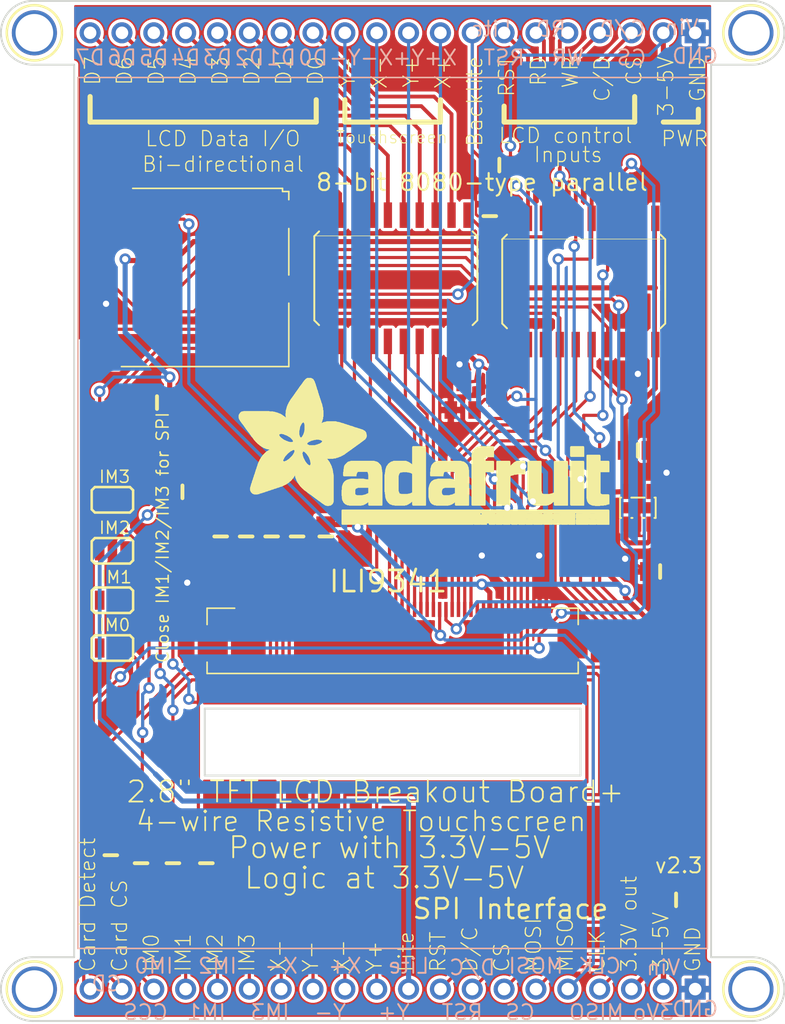
<source format=kicad_pcb>
(kicad_pcb (version 4) (host pcbnew "(2014-08-12 BZR 5064)-product")
  (layers (0 Top signal) (1 Route2 signal) (2 Route3 signal) (3 Route4 signal) (4 Route5 signal) (5 Route6 signal) (6 Route7 signal) (7 Route8 signal) (8 Route9 signal) (9 Route10 signal) (10 Route11 signal) (11 Route12 signal) (12 Route13 signal) (13 Route14 signal) (14 Route15 signal) (31 Bottom signal) (34 B.Paste user) (35 F.Paste user) (36 B.SilkS user) (37 F.SilkS user) (38 B.Mask user) (39 F.Mask user) (44 Edge.Cuts user))
  (net 0 "")
  (net 1 GND)
  (net 2 LCD_RST)
  (net 3 LCD_DATA7)
  (net 4 LCD_DATA6)
  (net 5 LCD_DATA5)
  (net 6 LCD_DATA4)
  (net 7 LCD_DATA3)
  (net 8 LCD_DATA2)
  (net 9 LCD_DATA1)
  (net 10 LCD_DATA0)
  (net 11 LCD_CS)
  (net 12 LCD_WR)
  (net 13 LCD_RD)
  (net 14 LCD_RS)
  (net 15 LCD_X+)
  (net 16 LCD_Y+)
  (net 17 LCD_X-)
  (net 18 LCD_Y-)
  (net 19 N$1)
  (net 20 N$2)
  (net 21 N$3)
  (net 22 N$4)
  (net 23 N$16)
  (net 24 LCD_LITE)
  (net 25 LCD_CS_5V)
  (net 26 LCD_RS_5V)
  (net 27 LCD_WR_5V)
  (net 28 LCD_RD_5V)
  (net 29 LCD_RST_5V)
  (net 30 LCD_DATA0_5V)
  (net 31 LCD_DATA1_5V)
  (net 32 LCD_DATA2_5V)
  (net 33 LCD_DATA3_5V)
  (net 34 LCD_DATA4_5V)
  (net 35 LCD_DATA5_5V)
  (net 36 LCD_DATA6_5V)
  (net 37 LCD_DATA7_5V)
  (net 38 +5V)
  (net 39 VCC)
  (net 40 N$5)
  (net 41 SDI_3V)
  (net 42 SDO)
  (net 43 SDI_5V)
  (net 44 IM0)
  (net 45 IM1)
  (net 46 IM2)
  (net 47 IM3)
  (net 48 SD_CS_5V)
  (net 49 SD_CS_3V)
  (net 50 CARDDET)
  (module 0805-NO (layer Top) (at 134.7851 107.0356 270)
    (fp_text reference R1 hide)
    (fp_text value 10 hide)
    (pad 1 smd rect (at -0.95 0 270) (size 1.3 1.5) (layers Top F.Paste F.Mask) (net 39 VCC))
    (pad 2 smd rect (at 0.95 0 270) (size 1.3 1.5) (layers Top F.Paste F.Mask) (net 20 N$2))
  )
  (module 0805-NO (layer Top) (at 136.8171 107.0356 270)
    (fp_text reference R2 hide)
    (fp_text value 10 hide)
    (pad 1 smd rect (at -0.95 0 270) (size 1.3 1.5) (layers Top F.Paste F.Mask) (net 39 VCC))
    (pad 2 smd rect (at 0.95 0 270) (size 1.3 1.5) (layers Top F.Paste F.Mask) (net 21 N$3))
  )
  (module 0805-NO (layer Top) (at 138.8491 107.0356 270)
    (fp_text reference R3 hide)
    (fp_text value 10 hide)
    (pad 1 smd rect (at -0.95 0 270) (size 1.3 1.5) (layers Top F.Paste F.Mask) (net 39 VCC))
    (pad 2 smd rect (at 0.95 0 270) (size 1.3 1.5) (layers Top F.Paste F.Mask) (net 22 N$4))
  )
  (module 0805-NO (layer Top) (at 140.8811 107.0356 270)
    (fp_text reference R4 hide)
    (fp_text value 10 hide)
    (pad 1 smd rect (at -0.95 0 270) (size 1.3 1.5) (layers Top F.Paste F.Mask) (net 39 VCC))
    (pad 2 smd rect (at 0.95 0 270) (size 1.3 1.5) (layers Top F.Paste F.Mask) (net 19 N$1))
  )
  (module SOT23-BEC (layer Top) (at 131.7371 107.2896 180)
    (fp_text reference Q1 hide)
    (fp_text value MMBT2222 hide)
    (pad C smd rect (at 0 -1.1 180) (size 1 1.4) (layers Top F.Paste F.Mask) (net 40 N$5))
    (pad E smd rect (at 0.95 1.1 180) (size 1 1.4) (layers Top F.Paste F.Mask) (net 1 GND))
    (pad B smd rect (at -0.95 1.1 180) (size 1 1.4) (layers Top F.Paste F.Mask) (net 23 N$16))
  )
  (module 0805-NO (layer Top) (at 131.7371 103.4796)
    (fp_text reference R5 hide)
    (fp_text value 1K hide)
    (pad 1 smd rect (at -0.95 0) (size 1.3 1.5) (layers Top F.Paste F.Mask) (net 24 LCD_LITE))
    (pad 2 smd rect (at 0.95 0) (size 1.3 1.5) (layers Top F.Paste F.Mask) (net 23 N$16))
  )
  (module SO20W (layer Top) (at 148.7551 86.4616 180)
    (fp_text reference IC2 hide)
    (fp_text value 74LVC245 hide)
    (pad 1 smd rect (at -5.715 5.0292 180) (size 0.6604 2.032) (layers Top F.Paste F.Mask) (net 28 LCD_RD_5V))
    (pad 2 smd rect (at -4.445 5.0292 180) (size 0.6604 2.032) (layers Top F.Paste F.Mask) (net 30 LCD_DATA0_5V))
    (pad 3 smd rect (at -3.175 5.0292 180) (size 0.6604 2.032) (layers Top F.Paste F.Mask) (net 31 LCD_DATA1_5V))
    (pad 4 smd rect (at -1.905 5.0292 180) (size 0.6604 2.032) (layers Top F.Paste F.Mask) (net 32 LCD_DATA2_5V))
    (pad 5 smd rect (at -0.635 5.0292 180) (size 0.6604 2.032) (layers Top F.Paste F.Mask) (net 33 LCD_DATA3_5V))
    (pad 6 smd rect (at 0.635 5.0292 180) (size 0.6604 2.032) (layers Top F.Paste F.Mask) (net 34 LCD_DATA4_5V))
    (pad 7 smd rect (at 1.905 5.0292 180) (size 0.6604 2.032) (layers Top F.Paste F.Mask) (net 35 LCD_DATA5_5V))
    (pad 8 smd rect (at 3.175 5.0292 180) (size 0.6604 2.032) (layers Top F.Paste F.Mask) (net 36 LCD_DATA6_5V))
    (pad 13 smd rect (at 3.175 -5.0292 180) (size 0.6604 2.032) (layers Top F.Paste F.Mask) (net 5 LCD_DATA5))
    (pad 14 smd rect (at 1.905 -5.0292 180) (size 0.6604 2.032) (layers Top F.Paste F.Mask) (net 6 LCD_DATA4))
    (pad 15 smd rect (at 0.635 -5.0292 180) (size 0.6604 2.032) (layers Top F.Paste F.Mask) (net 7 LCD_DATA3))
    (pad 16 smd rect (at -0.635 -5.0292 180) (size 0.6604 2.032) (layers Top F.Paste F.Mask) (net 8 LCD_DATA2))
    (pad 17 smd rect (at -1.905 -5.0292 180) (size 0.6604 2.032) (layers Top F.Paste F.Mask) (net 9 LCD_DATA1))
    (pad 18 smd rect (at -3.175 -5.0292 180) (size 0.6604 2.032) (layers Top F.Paste F.Mask) (net 10 LCD_DATA0))
    (pad 19 smd rect (at -4.445 -5.0292 180) (size 0.6604 2.032) (layers Top F.Paste F.Mask) (net 1 GND))
    (pad 20 smd rect (at -5.715 -5.0292 180) (size 0.6604 2.032) (layers Top F.Paste F.Mask) (net 39 VCC))
    (pad 9 smd rect (at 4.445 5.0292 180) (size 0.6604 2.032) (layers Top F.Paste F.Mask) (net 37 LCD_DATA7_5V))
    (pad 10 smd rect (at 5.715 5.0292 180) (size 0.6604 2.032) (layers Top F.Paste F.Mask) (net 1 GND))
    (pad 12 smd rect (at 4.445 -5.0292 180) (size 0.6604 2.032) (layers Top F.Paste F.Mask) (net 4 LCD_DATA6))
    (pad 11 smd rect (at 5.715 -5.0292 180) (size 0.6604 2.032) (layers Top F.Paste F.Mask) (net 3 LCD_DATA7))
  )
  (module SO20W (layer Top) (at 163.7411 86.7156 180)
    (fp_text reference IC3 hide)
    (fp_text value 74LVC245 hide)
    (pad 1 smd rect (at -5.715 5.0292 180) (size 0.6604 2.032) (layers Top F.Paste F.Mask) (net 39 VCC))
    (pad 2 smd rect (at -4.445 5.0292 180) (size 0.6604 2.032) (layers Top F.Paste F.Mask))
    (pad 3 smd rect (at -3.175 5.0292 180) (size 0.6604 2.032) (layers Top F.Paste F.Mask) (net 48 SD_CS_5V))
    (pad 4 smd rect (at -1.905 5.0292 180) (size 0.6604 2.032) (layers Top F.Paste F.Mask) (net 43 SDI_5V))
    (pad 5 smd rect (at -0.635 5.0292 180) (size 0.6604 2.032) (layers Top F.Paste F.Mask) (net 25 LCD_CS_5V))
    (pad 6 smd rect (at 0.635 5.0292 180) (size 0.6604 2.032) (layers Top F.Paste F.Mask) (net 26 LCD_RS_5V))
    (pad 7 smd rect (at 1.905 5.0292 180) (size 0.6604 2.032) (layers Top F.Paste F.Mask) (net 27 LCD_WR_5V))
    (pad 8 smd rect (at 3.175 5.0292 180) (size 0.6604 2.032) (layers Top F.Paste F.Mask) (net 28 LCD_RD_5V))
    (pad 13 smd rect (at 3.175 -5.0292 180) (size 0.6604 2.032) (layers Top F.Paste F.Mask) (net 12 LCD_WR))
    (pad 14 smd rect (at 1.905 -5.0292 180) (size 0.6604 2.032) (layers Top F.Paste F.Mask) (net 14 LCD_RS))
    (pad 15 smd rect (at 0.635 -5.0292 180) (size 0.6604 2.032) (layers Top F.Paste F.Mask) (net 11 LCD_CS))
    (pad 16 smd rect (at -0.635 -5.0292 180) (size 0.6604 2.032) (layers Top F.Paste F.Mask) (net 41 SDI_3V))
    (pad 17 smd rect (at -1.905 -5.0292 180) (size 0.6604 2.032) (layers Top F.Paste F.Mask) (net 49 SD_CS_3V))
    (pad 18 smd rect (at -3.175 -5.0292 180) (size 0.6604 2.032) (layers Top F.Paste F.Mask))
    (pad 19 smd rect (at -4.445 -5.0292 180) (size 0.6604 2.032) (layers Top F.Paste F.Mask) (net 1 GND))
    (pad 20 smd rect (at -5.715 -5.0292 180) (size 0.6604 2.032) (layers Top F.Paste F.Mask) (net 39 VCC))
    (pad 9 smd rect (at 4.445 5.0292 180) (size 0.6604 2.032) (layers Top F.Paste F.Mask) (net 29 LCD_RST_5V))
    (pad 10 smd rect (at 5.715 5.0292 180) (size 0.6604 2.032) (layers Top F.Paste F.Mask) (net 1 GND))
    (pad 12 smd rect (at 4.445 -5.0292 180) (size 0.6604 2.032) (layers Top F.Paste F.Mask) (net 13 LCD_RD))
    (pad 11 smd rect (at 5.715 -5.0292 180) (size 0.6604 2.032) (layers Top F.Paste F.Mask) (net 2 LCD_RST))
  )
  (module SOT23-5L (layer Top) (at 168.0591 104.7496)
    (fp_text reference IC1 hide)
    (fp_text value MIC5225-3.3 hide)
    (pad 1 smd rect (at -0.95 1.3) (size 0.55 1.2) (layers Top F.Paste F.Mask) (net 38 +5V))
    (pad 2 smd rect (at 0 1.3) (size 0.55 1.2) (layers Top F.Paste F.Mask) (net 1 GND))
    (pad 3 smd rect (at 0.95 1.3) (size 0.55 1.2) (layers Top F.Paste F.Mask) (net 38 +5V))
    (pad 4 smd rect (at 0.95 -1.3) (size 0.55 1.2) (layers Top F.Paste F.Mask))
    (pad 5 smd rect (at -0.95 -1.3) (size 0.55 1.2) (layers Top F.Paste F.Mask) (net 39 VCC))
  )
  (module FIDUCIAL_1MM (layer Top) (at 172.1231 120.4976)
    (fp_text reference U$9 hide)
    (fp_text value FIDUCIAL hide)
    (pad 1 smd circle (at 0 0) (size 1 1) (layers Top F.Paste F.Mask))
  )
  (module FIDUCIAL_1MM (layer Top) (at 126.1491 76.5556)
    (fp_text reference U$11 hide)
    (fp_text value FIDUCIAL hide)
    (pad 1 smd circle (at 0 0) (size 1 1) (layers Top F.Paste F.Mask))
  )
  (module 0805-NO (layer Top) (at 168.0591 100.1776)
    (fp_text reference C3 hide)
    (fp_text value 10uF hide)
    (pad 1 smd rect (at -0.95 0) (size 1.3 1.5) (layers Top F.Paste F.Mask) (net 39 VCC))
    (pad 2 smd rect (at 0.95 0) (size 1.3 1.5) (layers Top F.Paste F.Mask) (net 1 GND))
  )
  (module 0805-NO (layer Top) (at 143.1671 107.0356 270)
    (fp_text reference C4 hide)
    (fp_text value 0.1uF hide)
    (pad 1 smd rect (at -0.95 0 270) (size 1.3 1.5) (layers Top F.Paste F.Mask) (net 39 VCC))
    (pad 2 smd rect (at 0.95 0 270) (size 1.3 1.5) (layers Top F.Paste F.Mask) (net 1 GND))
  )
  (module 0805-NO (layer Top) (at 129.7051 96.3676 180)
    (fp_text reference C1 hide)
    (fp_text value 0.1uF hide)
    (pad 1 smd rect (at -0.95 0 180) (size 1.3 1.5) (layers Top F.Paste F.Mask) (net 39 VCC))
    (pad 2 smd rect (at 0.95 0 180) (size 1.3 1.5) (layers Top F.Paste F.Mask) (net 1 GND))
  )
  (module 0805-NO (layer Top) (at 169.8371 109.8296 180)
    (fp_text reference C5 hide)
    (fp_text value 10uF hide)
    (pad 1 smd rect (at -0.95 0 180) (size 1.3 1.5) (layers Top F.Paste F.Mask) (net 38 +5V))
    (pad 2 smd rect (at 0.95 0 180) (size 1.3 1.5) (layers Top F.Paste F.Mask) (net 1 GND))
  )
  (module TFT_2.83IN_240X320_50PIN (layer Bottom) (at 148.5011 102.4636 180)
    (fp_text reference U$10 hide)
    (fp_text value DISP_LCD_1.28IN_240X320_50PIN hide)
    (pad 1 smd rect (at 12.25 -10.39) (size 0.275 1.2) (layers Top F.Paste F.Mask) (net 40 N$5))
    (pad 2 smd rect (at 11.75 -10.39) (size 0.275 1.2) (layers Top F.Paste F.Mask) (net 20 N$2))
    (pad 3 smd rect (at 11.25 -10.39) (size 0.275 1.2) (layers Top F.Paste F.Mask) (net 21 N$3))
    (pad 4 smd rect (at 10.75 -10.39) (size 0.275 1.2) (layers Top F.Paste F.Mask) (net 22 N$4))
    (pad 5 smd rect (at 10.25 -10.39) (size 0.275 1.2) (layers Top F.Paste F.Mask) (net 19 N$1))
    (pad 6 smd rect (at 9.75 -10.39) (size 0.275 1.2) (layers Top F.Paste F.Mask) (net 44 IM0))
    (pad 7 smd rect (at 9.25 -10.39) (size 0.275 1.2) (layers Top F.Paste F.Mask) (net 45 IM1))
    (pad 8 smd rect (at 8.75 -10.39) (size 0.275 1.2) (layers Top F.Paste F.Mask) (net 46 IM2))
    (pad 9 smd rect (at 8.25 -10.39) (size 0.275 1.2) (layers Top F.Paste F.Mask) (net 47 IM3))
    (pad 10 smd rect (at 7.75 -10.39) (size 0.275 1.2) (layers Top F.Paste F.Mask) (net 2 LCD_RST))
    (pad 11 smd rect (at 7.25 -10.39) (size 0.275 1.2) (layers Top F.Paste F.Mask))
    (pad 12 smd rect (at 6.75 -10.39) (size 0.275 1.2) (layers Top F.Paste F.Mask))
    (pad 13 smd rect (at 6.25 -10.39) (size 0.275 1.2) (layers Top F.Paste F.Mask))
    (pad 14 smd rect (at 5.75 -10.39) (size 0.275 1.2) (layers Top F.Paste F.Mask))
    (pad 15 smd rect (at 5.25 -10.39) (size 0.275 1.2) (layers Top F.Paste F.Mask))
    (pad 16 smd rect (at 4.75 -10.39) (size 0.275 1.2) (layers Top F.Paste F.Mask))
    (pad 17 smd rect (at 4.25 -10.39) (size 0.275 1.2) (layers Top F.Paste F.Mask))
    (pad 18 smd rect (at 3.75 -10.39) (size 0.275 1.2) (layers Top F.Paste F.Mask))
    (pad 19 smd rect (at 3.25 -10.39) (size 0.275 1.2) (layers Top F.Paste F.Mask))
    (pad 20 smd rect (at 2.75 -10.39) (size 0.275 1.2) (layers Top F.Paste F.Mask))
    (pad 21 smd rect (at 2.25 -10.39) (size 0.275 1.2) (layers Top F.Paste F.Mask))
    (pad 22 smd rect (at 1.75 -10.39) (size 0.275 1.2) (layers Top F.Paste F.Mask))
    (pad 23 smd rect (at 1.25 -10.39) (size 0.275 1.2) (layers Top F.Paste F.Mask))
    (pad 24 smd rect (at 0.75 -10.39) (size 0.275 1.2) (layers Top F.Paste F.Mask))
    (pad 25 smd rect (at 0.25 -10.39) (size 0.275 1.2) (layers Top F.Paste F.Mask) (net 3 LCD_DATA7))
    (pad 26 smd rect (at -0.25 -10.39) (size 0.275 1.2) (layers Top F.Paste F.Mask) (net 4 LCD_DATA6))
    (pad 27 smd rect (at -0.75 -10.39) (size 0.275 1.2) (layers Top F.Paste F.Mask) (net 5 LCD_DATA5))
    (pad 28 smd rect (at -1.25 -10.39) (size 0.275 1.2) (layers Top F.Paste F.Mask) (net 6 LCD_DATA4))
    (pad 29 smd rect (at -1.75 -10.39) (size 0.275 1.2) (layers Top F.Paste F.Mask) (net 7 LCD_DATA3))
    (pad 30 smd rect (at -2.25 -10.39) (size 0.275 1.2) (layers Top F.Paste F.Mask) (net 8 LCD_DATA2))
    (pad 31 smd rect (at -2.75 -10.39) (size 0.275 1.2) (layers Top F.Paste F.Mask) (net 9 LCD_DATA1))
    (pad 32 smd rect (at -3.25 -10.39) (size 0.275 1.2) (layers Top F.Paste F.Mask) (net 10 LCD_DATA0))
    (pad 33 smd rect (at -3.75 -10.39) (size 0.275 1.2) (layers Top F.Paste F.Mask) (net 42 SDO))
    (pad 34 smd rect (at -4.25 -10.39) (size 0.275 1.2) (layers Top F.Paste F.Mask) (net 41 SDI_3V))
    (pad 35 smd rect (at -4.75 -10.39) (size 0.275 1.2) (layers Top F.Paste F.Mask) (net 13 LCD_RD))
    (pad 36 smd rect (at -5.25 -10.39) (size 0.275 1.2) (layers Top F.Paste F.Mask) (net 12 LCD_WR))
    (pad 37 smd rect (at -5.75 -10.39) (size 0.275 1.2) (layers Top F.Paste F.Mask) (net 14 LCD_RS))
    (pad 38 smd rect (at -6.25 -10.39) (size 0.275 1.2) (layers Top F.Paste F.Mask) (net 11 LCD_CS))
    (pad 39 smd rect (at -6.75 -10.39) (size 0.275 1.2) (layers Top F.Paste F.Mask))
    (pad 40 smd rect (at -7.25 -10.39) (size 0.275 1.2) (layers Top F.Paste F.Mask) (net 39 VCC))
    (pad 41 smd rect (at -7.75 -10.39) (size 0.275 1.2) (layers Top F.Paste F.Mask) (net 39 VCC))
    (pad 42 smd rect (at -8.25 -10.39) (size 0.275 1.2) (layers Top F.Paste F.Mask) (net 39 VCC))
    (pad 43 smd rect (at -8.75 -10.39) (size 0.275 1.2) (layers Top F.Paste F.Mask) (net 1 GND))
    (pad 44 smd rect (at -9.25 -10.39) (size 0.275 1.2) (layers Top F.Paste F.Mask) (net 17 LCD_X-))
    (pad 45 smd rect (at -9.75 -10.39) (size 0.275 1.2) (layers Top F.Paste F.Mask) (net 18 LCD_Y-))
    (pad 46 smd rect (at -10.25 -10.39) (size 0.275 1.2) (layers Top F.Paste F.Mask) (net 15 LCD_X+))
    (pad 47 smd rect (at -10.75 -10.39) (size 0.275 1.2) (layers Top F.Paste F.Mask) (net 16 LCD_Y+))
    (pad 48 smd rect (at -11.25 -10.39) (size 0.275 1.2) (layers Top F.Paste F.Mask) (net 1 GND))
    (pad 49 smd rect (at -11.75 -10.39) (size 0.275 1.2) (layers Top F.Paste F.Mask) (net 1 GND))
    (pad 50 smd rect (at -12.25 -10.39) (size 0.275 1.2) (layers Top F.Paste F.Mask) (net 1 GND))
    (pad PAD1 smd rect (at 14.35 -13.09) (size 2.4 2.4) (layers Top F.Paste F.Mask))
    (pad PAD2 smd rect (at -14.35 -13.09) (size 2.4 2.4) (layers Top F.Paste F.Mask))
  )
  (module MOUNTINGHOLE_3.0_PLATEDTHIN (layer Top) (at 119.9261 143.1036)
    (fp_text reference U$7 hide)
    (fp_text value MOUNTINGHOLE3.0THIN hide)
    (pad P$1 thru_hole circle (at 0 0) (size 3.6 3.6) (drill 3) (layers *.Cu *.Mask))
  )
  (module MOUNTINGHOLE_3.0_PLATEDTHIN (layer Top) (at 177.0761 143.1036)
    (fp_text reference U$15 hide)
    (fp_text value MOUNTINGHOLE3.0THIN hide)
    (pad P$1 thru_hole circle (at 0 0) (size 3.6 3.6) (drill 3) (layers *.Cu *.Mask))
  )
  (module MOUNTINGHOLE_3.0_PLATEDTHIN (layer Top) (at 119.9261 66.9036)
    (fp_text reference U$16 hide)
    (fp_text value MOUNTINGHOLE3.0THIN hide)
    (pad P$1 thru_hole circle (at 0 0) (size 3.6 3.6) (drill 3) (layers *.Cu *.Mask))
  )
  (module MOUNTINGHOLE_3.0_PLATEDTHIN (layer Top) (at 177.0761 66.9036)
    (fp_text reference U$17 hide)
    (fp_text value MOUNTINGHOLE3.0THIN hide)
    (pad P$1 thru_hole circle (at 0 0) (size 3.6 3.6) (drill 3) (layers *.Cu *.Mask))
  )
  (module 1X20_ROUND (layer Top) (at 148.5011 143.1036 180)
    (fp_text reference JP2 hide)
    (fp_text value "" hide)
    (pad 1 thru_hole rect (at -24.13 0 270) (size 1.6764 1.6764) (drill 1) (layers *.Cu *.Mask) (net 1 GND))
    (pad 2 thru_hole circle (at -21.59 0 270) (size 1.6764 1.6764) (drill 1) (layers *.Cu *.Mask) (net 38 +5V))
    (pad 3 thru_hole circle (at -19.05 0 270) (size 1.6764 1.6764) (drill 1) (layers *.Cu *.Mask) (net 39 VCC))
    (pad 4 thru_hole circle (at -16.51 0 270) (size 1.6764 1.6764) (drill 1) (layers *.Cu *.Mask) (net 26 LCD_RS_5V))
    (pad 5 thru_hole circle (at -13.97 0 270) (size 1.6764 1.6764) (drill 1) (layers *.Cu *.Mask) (net 42 SDO))
    (pad 6 thru_hole circle (at -11.43 0 270) (size 1.6764 1.6764) (drill 1) (layers *.Cu *.Mask) (net 43 SDI_5V))
    (pad 7 thru_hole circle (at -8.89 0 270) (size 1.6764 1.6764) (drill 1) (layers *.Cu *.Mask) (net 25 LCD_CS_5V))
    (pad 8 thru_hole circle (at -6.35 0 270) (size 1.6764 1.6764) (drill 1) (layers *.Cu *.Mask) (net 27 LCD_WR_5V))
    (pad 9 thru_hole circle (at -3.81 0 270) (size 1.6764 1.6764) (drill 1) (layers *.Cu *.Mask) (net 29 LCD_RST_5V))
    (pad 10 thru_hole circle (at -1.27 0 270) (size 1.6764 1.6764) (drill 1) (layers *.Cu *.Mask) (net 24 LCD_LITE))
    (pad 11 thru_hole circle (at 1.27 0 270) (size 1.6764 1.6764) (drill 1) (layers *.Cu *.Mask) (net 16 LCD_Y+))
    (pad 12 thru_hole circle (at 3.81 0 270) (size 1.6764 1.6764) (drill 1) (layers *.Cu *.Mask) (net 15 LCD_X+))
    (pad 13 thru_hole circle (at 6.35 0 270) (size 1.6764 1.6764) (drill 1) (layers *.Cu *.Mask) (net 18 LCD_Y-))
    (pad 14 thru_hole circle (at 8.89 0 270) (size 1.6764 1.6764) (drill 1) (layers *.Cu *.Mask) (net 17 LCD_X-))
    (pad 15 thru_hole circle (at 11.43 0 270) (size 1.6764 1.6764) (drill 1) (layers *.Cu *.Mask) (net 47 IM3))
    (pad 16 thru_hole circle (at 13.97 0 270) (size 1.6764 1.6764) (drill 1) (layers *.Cu *.Mask) (net 46 IM2))
    (pad 17 thru_hole circle (at 16.51 0 270) (size 1.6764 1.6764) (drill 1) (layers *.Cu *.Mask) (net 45 IM1))
    (pad 18 thru_hole circle (at 19.05 0 270) (size 1.6764 1.6764) (drill 1) (layers *.Cu *.Mask) (net 44 IM0))
    (pad 19 thru_hole circle (at 21.59 0 270) (size 1.6764 1.6764) (drill 1) (layers *.Cu *.Mask) (net 48 SD_CS_5V))
    (pad 20 thru_hole circle (at 24.13 0 270) (size 1.6764 1.6764) (drill 1) (layers *.Cu *.Mask) (net 50 CARDDET))
  )
  (module MICROSD (layer Top) (at 140.1191 79.3496 270)
    (fp_text reference X1 hide)
    (fp_text value "" hide)
    (pad MT1 smd rect (at 0.4 13.54 270) (size 1.4 1.9) (layers Top F.Paste F.Mask) (net 1 GND))
    (pad MT2 smd rect (at 13.6 14.44 270) (size 1.4 1.9) (layers Top F.Paste F.Mask) (net 1 GND))
    (pad CD1 smd rect (at 2 0.44) (size 1.4 1.8) (layers Top F.Paste F.Mask))
    (pad CD2 smd rect (at 8 0.44) (size 1.4 1.8) (layers Top F.Paste F.Mask) (net 50 CARDDET))
    (pad 8 smd rect (at 1.3 10.64 270) (size 0.7 1.5) (layers Top F.Paste F.Mask))
    (pad 7 smd rect (at 2.4 10.64 270) (size 0.7 1.5) (layers Top F.Paste F.Mask) (net 42 SDO))
    (pad 6 smd rect (at 3.5 11.04 270) (size 0.7 1.5) (layers Top F.Paste F.Mask) (net 1 GND))
    (pad 5 smd rect (at 4.6 10.64 270) (size 0.7 1.5) (layers Top F.Paste F.Mask) (net 14 LCD_RS))
    (pad 4 smd rect (at 5.7 11.04 270) (size 0.7 1.5) (layers Top F.Paste F.Mask) (net 39 VCC))
    (pad 3 smd rect (at 6.8 10.64 270) (size 0.7 1.5) (layers Top F.Paste F.Mask) (net 41 SDI_3V))
    (pad 2 smd rect (at 7.9 10.24 270) (size 0.7 1.5) (layers Top F.Paste F.Mask) (net 49 SD_CS_3V))
    (pad 1 smd rect (at 9 10.64 270) (size 0.7 1.5) (layers Top F.Paste F.Mask))
  )
  (module 1X20_ROUND (layer Top) (at 148.5011 66.9036 180)
    (fp_text reference JP1 hide)
    (fp_text value "" hide)
    (pad 1 thru_hole rect (at -24.13 0 270) (size 1.6764 1.6764) (drill 1) (layers *.Cu *.Mask) (net 1 GND))
    (pad 2 thru_hole circle (at -21.59 0 270) (size 1.6764 1.6764) (drill 1) (layers *.Cu *.Mask) (net 38 +5V))
    (pad 3 thru_hole circle (at -19.05 0 270) (size 1.6764 1.6764) (drill 1) (layers *.Cu *.Mask) (net 25 LCD_CS_5V))
    (pad 4 thru_hole circle (at -16.51 0 270) (size 1.6764 1.6764) (drill 1) (layers *.Cu *.Mask) (net 26 LCD_RS_5V))
    (pad 5 thru_hole circle (at -13.97 0 270) (size 1.6764 1.6764) (drill 1) (layers *.Cu *.Mask) (net 27 LCD_WR_5V))
    (pad 6 thru_hole circle (at -11.43 0 270) (size 1.6764 1.6764) (drill 1) (layers *.Cu *.Mask) (net 28 LCD_RD_5V))
    (pad 7 thru_hole circle (at -8.89 0 270) (size 1.6764 1.6764) (drill 1) (layers *.Cu *.Mask) (net 29 LCD_RST_5V))
    (pad 8 thru_hole circle (at -6.35 0 270) (size 1.6764 1.6764) (drill 1) (layers *.Cu *.Mask) (net 24 LCD_LITE))
    (pad 9 thru_hole circle (at -3.81 0 270) (size 1.6764 1.6764) (drill 1) (layers *.Cu *.Mask) (net 15 LCD_X+))
    (pad 10 thru_hole circle (at -1.27 0 270) (size 1.6764 1.6764) (drill 1) (layers *.Cu *.Mask) (net 16 LCD_Y+))
    (pad 11 thru_hole circle (at 1.27 0 270) (size 1.6764 1.6764) (drill 1) (layers *.Cu *.Mask) (net 17 LCD_X-))
    (pad 12 thru_hole circle (at 3.81 0 270) (size 1.6764 1.6764) (drill 1) (layers *.Cu *.Mask) (net 18 LCD_Y-))
    (pad 13 thru_hole circle (at 6.35 0 270) (size 1.6764 1.6764) (drill 1) (layers *.Cu *.Mask) (net 30 LCD_DATA0_5V))
    (pad 14 thru_hole circle (at 8.89 0 270) (size 1.6764 1.6764) (drill 1) (layers *.Cu *.Mask) (net 31 LCD_DATA1_5V))
    (pad 15 thru_hole circle (at 11.43 0 270) (size 1.6764 1.6764) (drill 1) (layers *.Cu *.Mask) (net 32 LCD_DATA2_5V))
    (pad 16 thru_hole circle (at 13.97 0 270) (size 1.6764 1.6764) (drill 1) (layers *.Cu *.Mask) (net 33 LCD_DATA3_5V))
    (pad 17 thru_hole circle (at 16.51 0 270) (size 1.6764 1.6764) (drill 1) (layers *.Cu *.Mask) (net 34 LCD_DATA4_5V))
    (pad 18 thru_hole circle (at 19.05 0 270) (size 1.6764 1.6764) (drill 1) (layers *.Cu *.Mask) (net 35 LCD_DATA5_5V))
    (pad 19 thru_hole circle (at 21.59 0 270) (size 1.6764 1.6764) (drill 1) (layers *.Cu *.Mask) (net 36 LCD_DATA6_5V))
    (pad 20 thru_hole circle (at 24.13 0 270) (size 1.6764 1.6764) (drill 1) (layers *.Cu *.Mask) (net 37 LCD_DATA7_5V))
  )
  (module 0805-NO (layer Top) (at 171.1071 135.9916)
    (fp_text reference C2 hide)
    (fp_text value 10uF hide)
    (pad 1 smd rect (at -0.95 0) (size 1.3 1.5) (layers Top F.Paste F.Mask) (net 38 +5V))
    (pad 2 smd rect (at 0.95 0) (size 1.3 1.5) (layers Top F.Paste F.Mask) (net 1 GND))
  )
  (module ADAFRUIT_TEXT_30MM (layer Top) (at 136.0551 106.0196)
    (fp_text reference U$19 hide)
    (fp_text value "" hide)
  )
  (module SOT23 (layer Top) (at 154.0891 95.8596)
    (fp_text reference IC4 hide)
    (fp_text value APX803-SAG hide)
    (pad 3 smd rect (at 0 -1.1) (size 1 1.4) (layers Top F.Paste F.Mask) (net 39 VCC))
    (pad 2 smd rect (at 0.95 1.1) (size 1 1.4) (layers Top F.Paste F.Mask) (net 29 LCD_RST_5V))
    (pad 1 smd rect (at -0.95 1.1) (size 1 1.4) (layers Top F.Paste F.Mask) (net 1 GND))
  )
  (module R0805 (layer Top) (at 156.8831 95.0976 90)
    (fp_text reference R6 hide)
    (fp_text value 10K hide)
    (pad 1 smd rect (at -0.95 0 90) (size 1.3 1.5) (layers Top F.Paste F.Mask) (net 29 LCD_RST_5V))
    (pad 2 smd rect (at 0.95 0 90) (size 1.3 1.5) (layers Top F.Paste F.Mask) (net 39 VCC))
  )
  (module 0805-NO (layer Top) (at 157.0101 77.4446)
    (fp_text reference R7 hide)
    (fp_text value 1K hide)
    (pad 1 smd rect (at -0.95 0) (size 1.3 1.5) (layers Top F.Paste F.Mask) (net 24 LCD_LITE))
    (pad 2 smd rect (at 0.95 0) (size 1.3 1.5) (layers Top F.Paste F.Mask) (net 38 +5V))
  )
  (module SOLDERJUMPER_ARROW_NOPASTE (layer Top) (at 126.1491 115.9256 180)
    (fp_text reference SJ1 hide)
    (fp_text value "" hide)
    (pad 1 smd rect (at -1.016 0 180) (size 0.762 1.524) (layers Top F.Paste F.Mask) (net 44 IM0))
    (pad 2 smd rect (at 1.016 0 180) (size 0.762 1.524) (layers Top F.Paste F.Mask) (net 39 VCC))
  )
  (module SOLDERJUMPER_ARROW_NOPASTE (layer Top) (at 126.1491 112.1156 180)
    (fp_text reference SJ2 hide)
    (fp_text value "" hide)
    (pad 1 smd rect (at -1.016 0 180) (size 0.762 1.524) (layers Top F.Paste F.Mask) (net 45 IM1))
    (pad 2 smd rect (at 1.016 0 180) (size 0.762 1.524) (layers Top F.Paste F.Mask) (net 39 VCC))
  )
  (module SOLDERJUMPER_ARROW_NOPASTE (layer Top) (at 126.1491 108.1786)
    (fp_text reference SJ3 hide)
    (fp_text value "" hide)
    (pad 1 smd rect (at -1.016 0) (size 0.762 1.524) (layers Top F.Paste F.Mask) (net 39 VCC))
    (pad 2 smd rect (at 1.016 0) (size 0.762 1.524) (layers Top F.Paste F.Mask) (net 46 IM2))
  )
  (module SOLDERJUMPER_ARROW_NOPASTE (layer Top) (at 126.1491 104.1146)
    (fp_text reference SJ4 hide)
    (fp_text value "" hide)
    (pad 1 smd rect (at -1.016 0) (size 0.762 1.524) (layers Top F.Paste F.Mask) (net 39 VCC))
    (pad 2 smd rect (at 1.016 0) (size 0.762 1.524) (layers Top F.Paste F.Mask) (net 47 IM3))
  )
  (module 0805-NO (layer Top) (at 126.0221 132.4356 90)
    (fp_text reference R8 hide)
    (fp_text value 10K hide)
    (pad 1 smd rect (at -0.95 0 90) (size 1.3 1.5) (layers Top F.Paste F.Mask) (net 1 GND))
    (pad 2 smd rect (at 0.95 0 90) (size 1.3 1.5) (layers Top F.Paste F.Mask) (net 44 IM0))
  )
  (module 0805-NO (layer Top) (at 128.4351 133.0706 90)
    (fp_text reference R9 hide)
    (fp_text value 10K hide)
    (pad 1 smd rect (at -0.95 0 90) (size 1.3 1.5) (layers Top F.Paste F.Mask) (net 1 GND))
    (pad 2 smd rect (at 0.95 0 90) (size 1.3 1.5) (layers Top F.Paste F.Mask) (net 45 IM1))
  )
  (module 0805-NO (layer Top) (at 133.6421 133.0706 270)
    (fp_text reference R10 hide)
    (fp_text value 10K hide)
    (pad 1 smd rect (at -0.95 0 270) (size 1.3 1.5) (layers Top F.Paste F.Mask) (net 47 IM3))
    (pad 2 smd rect (at 0.95 0 270) (size 1.3 1.5) (layers Top F.Paste F.Mask) (net 1 GND))
  )
  (module 0805-NO (layer Top) (at 130.9751 133.0706 270)
    (fp_text reference R11 hide)
    (fp_text value 10K hide)
    (pad 1 smd rect (at -0.95 0 270) (size 1.3 1.5) (layers Top F.Paste F.Mask) (net 46 IM2))
    (pad 2 smd rect (at 0.95 0 270) (size 1.3 1.5) (layers Top F.Paste F.Mask) (net 1 GND))
  )
  (module 0805-NO (layer Top) (at 156.2481 81.5086 270)
    (fp_text reference R12 hide)
    (fp_text value 10K hide)
    (pad 1 smd rect (at -0.95 0 270) (size 1.3 1.5) (layers Top F.Paste F.Mask) (net 1 GND))
    (pad 2 smd rect (at 0.95 0 270) (size 1.3 1.5) (layers Top F.Paste F.Mask) (net 28 LCD_RD_5V))
  )
  (module FIDUCIAL_1MM (layer Top) (at 132.4991 112.8776)
    (fp_text reference U$23 hide)
    (fp_text value FIDUCIAL hide)
    (pad 1 smd circle (at 0 0) (size 1 1) (layers Top F.Paste F.Mask))
  )
  (gr_arc (start 119.7991 143.1036) (end 119.7991 145.6436) (angle 180) (layer Edge.Cuts) (width 0.15))
  (gr_line (start 119.7991 145.6436) (end 177.2031 145.6436) (layer Edge.Cuts) (width 0.15))
  (gr_arc (start 177.2031 143.1036) (end 177.2031 140.5636) (angle 180) (layer Edge.Cuts) (width 0.15))
  (gr_line (start 177.2031 140.5636) (end 173.9011 140.5636) (layer Edge.Cuts) (width 0.15))
  (gr_line (start 173.9011 140.5636) (end 173.9011 69.4436) (layer Edge.Cuts) (width 0.15))
  (gr_line (start 173.9011 69.4436) (end 177.2031 69.4436) (layer Edge.Cuts) (width 0.15))
  (gr_arc (start 177.2031 66.9036) (end 177.2031 64.3636) (angle 180) (layer Edge.Cuts) (width 0.15))
  (gr_line (start 177.2031 64.3636) (end 119.7991 64.3636) (layer Edge.Cuts) (width 0.15))
  (gr_arc (start 119.7991 66.9036) (end 119.7991 69.4436) (angle 180) (layer Edge.Cuts) (width 0.15))
  (gr_line (start 119.7991 69.4436) (end 123.1011 69.4436) (layer Edge.Cuts) (width 0.15))
  (gr_line (start 123.1011 69.4436) (end 123.1011 140.5636) (layer Edge.Cuts) (width 0.15))
  (gr_line (start 123.1011 140.5636) (end 119.7991 140.5636) (layer Edge.Cuts) (width 0.15))
  (gr_line (start 124.3711 71.9836) (end 124.3711 74.0156) (layer F.SilkS) (width 0.4064))
  (gr_line (start 124.3711 74.0156) (end 142.4051 74.0156) (layer F.SilkS) (width 0.4064))
  (gr_line (start 142.4051 74.0156) (end 142.4051 72.2376) (layer F.SilkS) (width 0.4064))
  (gr_line (start 144.6911 72.2376) (end 144.6911 74.0156) (layer F.SilkS) (width 0.4064))
  (gr_line (start 144.6911 74.0156) (end 152.3111 74.0156) (layer F.SilkS) (width 0.4064))
  (gr_line (start 152.3111 74.0156) (end 152.3111 72.2376) (layer F.SilkS) (width 0.4064))
  (gr_line (start 157.3911 72.7456) (end 157.3911 74.0156) (layer F.SilkS) (width 0.4064))
  (gr_line (start 157.3911 74.0156) (end 167.8051 74.0156) (layer F.SilkS) (width 0.4064))
  (gr_line (start 167.8051 74.0156) (end 167.8051 71.9836) (layer F.SilkS) (width 0.4064))
  (gr_line (start 170.0911 74.0156) (end 172.8851 74.0156) (layer F.SilkS) (width 0.4064))
  (gr_line (start 172.8851 74.0156) (end 172.8851 72.9996) (layer F.SilkS) (width 0.4064))
  (gr_text "2.8\" TFT LCD Breakout Board+" (at 127.1651 128.3716) (layer F.SilkS) (effects (font (size 1.6891 1.6891) (thickness 0.14224)) (justify left bottom)))
  (gr_text "Power with 3.3V-5V" (at 135.2931 132.8166) (layer F.SilkS) (effects (font (size 1.6891 1.6891) (thickness 0.14224)) (justify left bottom)))
  (gr_text "Logic at 3.3V-5V" (at 136.5631 135.2296) (layer F.SilkS) (effects (font (size 1.6891 1.6891) (thickness 0.14224)) (justify left bottom)))
  (gr_text "8-bit 8080-type parallel" (at 142.2781 79.6036) (layer F.SilkS) (effects (font (size 1.35128 1.35128) (thickness 0.170688)) (justify left bottom)))
  (gr_text D7 (at 123.8631 68.6816 90) (layer F.SilkS) (effects (font (size 1.2065 1.2065) (thickness 0.1016)) (justify right top)))
  (gr_text D6 (at 126.4031 68.6816 90) (layer F.SilkS) (effects (font (size 1.2065 1.2065) (thickness 0.1016)) (justify right top)))
  (gr_text D5 (at 128.9431 68.6816 90) (layer F.SilkS) (effects (font (size 1.2065 1.2065) (thickness 0.1016)) (justify right top)))
  (gr_text D4 (at 131.4831 68.6816 90) (layer F.SilkS) (effects (font (size 1.2065 1.2065) (thickness 0.1016)) (justify right top)))
  (gr_text D3 (at 134.0231 68.6816 90) (layer F.SilkS) (effects (font (size 1.2065 1.2065) (thickness 0.1016)) (justify right top)))
  (gr_text D2 (at 136.5631 68.6816 90) (layer F.SilkS) (effects (font (size 1.2065 1.2065) (thickness 0.1016)) (justify right top)))
  (gr_text D1 (at 139.1031 68.6816 90) (layer F.SilkS) (effects (font (size 1.2065 1.2065) (thickness 0.1016)) (justify right top)))
  (gr_text D0 (at 141.6431 68.6816 90) (layer F.SilkS) (effects (font (size 1.2065 1.2065) (thickness 0.1016)) (justify right top)))
  (gr_text Y- (at 144.1831 68.6816 90) (layer F.SilkS) (effects (font (size 1.2065 1.2065) (thickness 0.1016)) (justify right top)))
  (gr_text X- (at 146.7231 68.6816 90) (layer F.SilkS) (effects (font (size 1.2065 1.2065) (thickness 0.1016)) (justify right top)))
  (gr_text Y+ (at 149.2631 68.6816 90) (layer F.SilkS) (effects (font (size 1.2065 1.2065) (thickness 0.1016)) (justify right top)))
  (gr_text X+ (at 151.8031 68.6816 90) (layer F.SilkS) (effects (font (size 1.2065 1.2065) (thickness 0.1016)) (justify right top)))
  (gr_text Backlite (at 154.3431 68.6816 90) (layer F.SilkS) (effects (font (size 1.2065 1.2065) (thickness 0.1016)) (justify right top)))
  (gr_text RST (at 156.8831 68.6816 90) (layer F.SilkS) (effects (font (size 1.2065 1.2065) (thickness 0.1016)) (justify right top)))
  (gr_text RD (at 159.4231 68.6816 90) (layer F.SilkS) (effects (font (size 1.2065 1.2065) (thickness 0.1016)) (justify right top)))
  (gr_text WR (at 161.9631 68.6816 90) (layer F.SilkS) (effects (font (size 1.2065 1.2065) (thickness 0.1016)) (justify right top)))
  (gr_text C/D (at 164.5031 68.6816 90) (layer F.SilkS) (effects (font (size 1.2065 1.2065) (thickness 0.1016)) (justify right top)))
  (gr_text CS (at 167.0431 68.6816 90) (layer F.SilkS) (effects (font (size 1.2065 1.2065) (thickness 0.1016)) (justify right top)))
  (gr_text 3-5V (at 169.5831 68.6816 90) (layer F.SilkS) (effects (font (size 1.2065 1.2065) (thickness 0.1016)) (justify right top)))
  (gr_text GND (at 172.1231 68.6816 90) (layer F.SilkS) (effects (font (size 1.2065 1.2065) (thickness 0.1016)) (justify right top)))
  (gr_text Bi-directional (at 128.4351 78.0796) (layer F.SilkS) (effects (font (size 1.2065 1.2065) (thickness 0.1016)) (justify left bottom)))
  (gr_text Touchscreen (at 143.9291 75.7936) (layer F.SilkS) (effects (font (size 0.9652 0.9652) (thickness 0.08128)) (justify left bottom)))
  (gr_text "LCD control" (at 156.8831 75.7936) (layer F.SilkS) (effects (font (size 1.2065 1.2065) (thickness 0.1016)) (justify left bottom)))
  (gr_text PWR (at 169.8371 76.0476) (layer F.SilkS) (effects (font (size 1.2065 1.2065) (thickness 0.1016)) (justify left bottom)))
  (gr_text Inputs (at 159.6771 77.3176) (layer F.SilkS) (effects (font (size 1.2065 1.2065) (thickness 0.1016)) (justify left bottom)))
  (gr_text "LCD Data I/O" (at 128.6891 76.0476) (layer F.SilkS) (effects (font (size 1.2065 1.2065) (thickness 0.1016)) (justify left bottom)))
  (gr_text "4-wire Resistive Touchscreen" (at 127.9271 130.6576) (layer F.SilkS) (effects (font (size 1.59258 1.59258) (thickness 0.134112)) (justify left bottom)))
  (gr_line (start 133.5151 120.7516) (end 133.5151 126.0856) (layer Edge.Cuts) (width 0.15))
  (gr_line (start 133.5151 126.0856) (end 163.4871 126.0856) (layer Edge.Cuts) (width 0.15))
  (gr_line (start 163.4871 126.0856) (end 163.4871 120.7516) (layer Edge.Cuts) (width 0.15))
  (gr_line (start 163.4871 120.7516) (end 133.5151 120.7516) (layer Edge.Cuts) (width 0.15))
  (gr_text "Card Detect" (at 124.8791 141.8336 90) (layer F.SilkS) (effects (font (size 1.2065 1.2065) (thickness 0.1016)) (justify left bottom)))
  (gr_text "Card CS" (at 127.4191 141.8336 90) (layer F.SilkS) (effects (font (size 1.2065 1.2065) (thickness 0.1016)) (justify left bottom)))
  (gr_text IM0 (at 129.9591 141.8336 90) (layer F.SilkS) (effects (font (size 1.2065 1.2065) (thickness 0.1016)) (justify left bottom)))
  (gr_text IM1 (at 132.4991 141.8336 90) (layer F.SilkS) (effects (font (size 1.2065 1.2065) (thickness 0.1016)) (justify left bottom)))
  (gr_text IM2 (at 135.0391 141.8336 90) (layer F.SilkS) (effects (font (size 1.2065 1.2065) (thickness 0.1016)) (justify left bottom)))
  (gr_text IM3 (at 137.5791 141.8336 90) (layer F.SilkS) (effects (font (size 1.2065 1.2065) (thickness 0.1016)) (justify left bottom)))
  (gr_text X- (at 140.1191 141.8336 90) (layer F.SilkS) (effects (font (size 1.2065 1.2065) (thickness 0.1016)) (justify left bottom)))
  (gr_text Y- (at 142.6591 141.8336 90) (layer F.SilkS) (effects (font (size 1.2065 1.2065) (thickness 0.1016)) (justify left bottom)))
  (gr_text X+ (at 145.1991 141.8336 90) (layer F.SilkS) (effects (font (size 1.2065 1.2065) (thickness 0.1016)) (justify left bottom)))
  (gr_text Y+ (at 147.7391 141.8336 90) (layer F.SilkS) (effects (font (size 1.2065 1.2065) (thickness 0.1016)) (justify left bottom)))
  (gr_text Lite (at 150.2791 141.8336 90) (layer F.SilkS) (effects (font (size 1.2065 1.2065) (thickness 0.1016)) (justify left bottom)))
  (gr_text RST (at 152.8191 141.8336 90) (layer F.SilkS) (effects (font (size 1.2065 1.2065) (thickness 0.1016)) (justify left bottom)))
  (gr_text D/C (at 155.3591 141.8336 90) (layer F.SilkS) (effects (font (size 1.2065 1.2065) (thickness 0.1016)) (justify left bottom)))
  (gr_text CS (at 157.8991 141.8336 90) (layer F.SilkS) (effects (font (size 1.2065 1.2065) (thickness 0.1016)) (justify left bottom)))
  (gr_text MOSI (at 160.4391 141.8336 90) (layer F.SilkS) (effects (font (size 1.2065 1.2065) (thickness 0.1016)) (justify left bottom)))
  (gr_text MISO (at 162.9791 141.8336 90) (layer F.SilkS) (effects (font (size 1.2065 1.2065) (thickness 0.1016)) (justify left bottom)))
  (gr_text CLK (at 165.5191 141.8336 90) (layer F.SilkS) (effects (font (size 1.2065 1.2065) (thickness 0.1016)) (justify left bottom)))
  (gr_text "3.3V out" (at 168.0591 141.8336 90) (layer F.SilkS) (effects (font (size 1.2065 1.2065) (thickness 0.1016)) (justify left bottom)))
  (gr_text 3-5V (at 170.5991 141.8336 90) (layer F.SilkS) (effects (font (size 1.2065 1.2065) (thickness 0.1016)) (justify left bottom)))
  (gr_text GND (at 173.1391 141.8336 90) (layer F.SilkS) (effects (font (size 1.2065 1.2065) (thickness 0.1016)) (justify left bottom)))
  (gr_text IM0 (at 125.0061 114.6556) (layer F.SilkS) (effects (font (size 0.9652 0.9652) (thickness 0.12192)) (justify left bottom)))
  (gr_text IM1 (at 125.1331 110.8456) (layer F.SilkS) (effects (font (size 0.9652 0.9652) (thickness 0.12192)) (justify left bottom)))
  (gr_text IM2 (at 125.0061 106.9086) (layer F.SilkS) (effects (font (size 0.9652 0.9652) (thickness 0.12192)) (justify left bottom)))
  (gr_text IM3 (at 125.0061 102.8446) (layer F.SilkS) (effects (font (size 0.9652 0.9652) (thickness 0.12192)) (justify left bottom)))
  (gr_text D6 (at 126.9111 68.1736) (layer B.SilkS) (effects (font (size 1.2065 1.2065) (thickness 0.1524)) (justify top mirror)))
  (gr_text D5 (at 129.4511 68.1736) (layer B.SilkS) (effects (font (size 1.2065 1.2065) (thickness 0.1524)) (justify top mirror)))
  (gr_text D4 (at 131.9911 68.1736) (layer B.SilkS) (effects (font (size 1.2065 1.2065) (thickness 0.1524)) (justify top mirror)))
  (gr_text D3 (at 134.5311 68.1736) (layer B.SilkS) (effects (font (size 1.2065 1.2065) (thickness 0.1524)) (justify top mirror)))
  (gr_text D7 (at 124.3711 68.1736) (layer B.SilkS) (effects (font (size 1.2065 1.2065) (thickness 0.1524)) (justify top mirror)))
  (gr_text D2 (at 137.0711 68.1736) (layer B.SilkS) (effects (font (size 1.2065 1.2065) (thickness 0.1524)) (justify top mirror)))
  (gr_text D1 (at 139.6111 68.1736) (layer B.SilkS) (effects (font (size 1.2065 1.2065) (thickness 0.1524)) (justify top mirror)))
  (gr_text D0 (at 142.1511 68.1736) (layer B.SilkS) (effects (font (size 1.2065 1.2065) (thickness 0.1524)) (justify top mirror)))
  (gr_text Y- (at 144.6911 68.1736) (layer B.SilkS) (effects (font (size 1.2065 1.2065) (thickness 0.1524)) (justify top mirror)))
  (gr_text X- (at 147.2311 68.1736) (layer B.SilkS) (effects (font (size 1.2065 1.2065) (thickness 0.1524)) (justify top mirror)))
  (gr_text Y+ (at 149.7711 68.1736) (layer B.SilkS) (effects (font (size 1.2065 1.2065) (thickness 0.1524)) (justify top mirror)))
  (gr_text X+ (at 152.3111 68.1736) (layer B.SilkS) (effects (font (size 1.2065 1.2065) (thickness 0.1524)) (justify top mirror)))
  (gr_text Lite (at 154.5971 65.8876) (layer B.SilkS) (effects (font (size 1.2065 1.2065) (thickness 0.1524)) (justify right top mirror)))
  (gr_text RST (at 157.3911 68.1736) (layer B.SilkS) (effects (font (size 1.2065 1.2065) (thickness 0.1524)) (justify top mirror)))
  (gr_text RD (at 159.8041 65.8876) (layer B.SilkS) (effects (font (size 1.2065 1.2065) (thickness 0.1524)) (justify right top mirror)))
  (gr_text WR (at 162.4711 68.1736) (layer B.SilkS) (effects (font (size 1.2065 1.2065) (thickness 0.1524)) (justify top mirror)))
  (gr_text C/D (at 164.8841 65.8876) (layer B.SilkS) (effects (font (size 1.2065 1.2065) (thickness 0.1524)) (justify right top mirror)))
  (gr_text CS (at 167.5511 68.1736) (layer B.SilkS) (effects (font (size 1.2065 1.2065) (thickness 0.1524)) (justify top mirror)))
  (gr_text Vin (at 170.0911 65.7606) (layer B.SilkS) (effects (font (size 1.2065 1.2065) (thickness 0.1524)) (justify right top mirror)))
  (gr_text GND (at 172.6311 68.0466) (layer B.SilkS) (effects (font (size 1.2065 1.2065) (thickness 0.1524)) (justify top mirror)))
  (gr_text CD (at 124.3711 141.9606) (layer B.SilkS) (effects (font (size 1.2065 1.2065) (thickness 0.1524)) (justify right top mirror)))
  (gr_text CCS (at 126.9111 144.2466) (layer B.SilkS) (effects (font (size 1.2065 1.2065) (thickness 0.1524)) (justify right top mirror)))
  (gr_text IM0 (at 129.4511 141.9606) (layer B.SilkS) (effects (font (size 1.2065 1.2065) (thickness 0.1524)) (justify bottom mirror)))
  (gr_text IM1 (at 131.9911 144.2466) (layer B.SilkS) (effects (font (size 1.2065 1.2065) (thickness 0.1524)) (justify right top mirror)))
  (gr_text IM2 (at 134.5311 141.9606) (layer B.SilkS) (effects (font (size 1.2065 1.2065) (thickness 0.1524)) (justify bottom mirror)))
  (gr_text IM3 (at 137.0711 144.2466) (layer B.SilkS) (effects (font (size 1.2065 1.2065) (thickness 0.1524)) (justify right top mirror)))
  (gr_text X- (at 139.6111 141.9606) (layer B.SilkS) (effects (font (size 1.2065 1.2065) (thickness 0.1524)) (justify bottom mirror)))
  (gr_text Y- (at 142.1511 144.2466) (layer B.SilkS) (effects (font (size 1.2065 1.2065) (thickness 0.1524)) (justify right top mirror)))
  (gr_text X+ (at 144.6911 141.9606) (layer B.SilkS) (effects (font (size 1.2065 1.2065) (thickness 0.1524)) (justify bottom mirror)))
  (gr_text Y+ (at 147.2311 144.2466) (layer B.SilkS) (effects (font (size 1.2065 1.2065) (thickness 0.1524)) (justify right top mirror)))
  (gr_text Lite (at 149.7711 141.9606) (layer B.SilkS) (effects (font (size 1.2065 1.2065) (thickness 0.1524)) (justify bottom mirror)))
  (gr_text RST (at 152.3111 144.2466) (layer B.SilkS) (effects (font (size 1.2065 1.2065) (thickness 0.1524)) (justify right top mirror)))
  (gr_text D/C (at 154.8511 142.0876) (layer B.SilkS) (effects (font (size 1.2065 1.2065) (thickness 0.1524)) (justify bottom mirror)))
  (gr_text CS (at 157.3911 144.2466) (layer B.SilkS) (effects (font (size 1.2065 1.2065) (thickness 0.1524)) (justify right top mirror)))
  (gr_text MOSI (at 159.9311 141.9606) (layer B.SilkS) (effects (font (size 1.2065 1.2065) (thickness 0.1524)) (justify bottom mirror)))
  (gr_text MISO (at 162.4711 144.2466) (layer B.SilkS) (effects (font (size 1.2065 1.2065) (thickness 0.1524)) (justify right top mirror)))
  (gr_text CLK (at 165.0111 141.9606) (layer B.SilkS) (effects (font (size 1.2065 1.2065) (thickness 0.1524)) (justify bottom mirror)))
  (gr_text 3Vo (at 167.5511 144.2466) (layer B.SilkS) (effects (font (size 1.2065 1.2065) (thickness 0.1524)) (justify right top mirror)))
  (gr_text Vin (at 170.0911 142.0876) (layer B.SilkS) (effects (font (size 1.2065 1.2065) (thickness 0.1524)) (justify bottom mirror)))
  (gr_text GND (at 172.6311 145.3896) (layer B.SilkS) (effects (font (size 1.2065 1.2065) (thickness 0.1524)) (justify bottom mirror)))
  (gr_text "SPI Interface" (at 157.8991 137.6426) (layer F.SilkS) (effects (font (size 1.59258 1.59258) (thickness 0.201168)) (justify bottom)))
  (gr_text "Close IM1/IM2/IM3 for SPI" (at 130.7211 117.1956 90) (layer F.SilkS) (effects (font (size 0.9652 0.9652) (thickness 0.12192)) (justify left bottom)))
  (gr_text v2.3 (at 169.3291 133.9596) (layer F.SilkS) (effects (font (size 1.2065 1.2065) (thickness 0.1524)) (justify left bottom)))
  (gr_text ILI9341 (at 143.2941 111.6076) (layer F.SilkS) (effects (font (size 1.6891 1.6891) (thickness 0.21336)) (justify left bottom)))
  (via (at 125.6411 88.4936) (size 0.9064) (drill 0.5) (layers Top Bottom) (net 1))
  (segment (start 125.6411 88.4936) (end 124.6411 87.4936) (width 0.254) (layer Top) (net 1))
  (segment (start 124.6411 87.4936) (end 124.6411 81.6876) (width 0.254) (layer Top) (net 1))
  (segment (start 124.6411 81.6876) (end 126.5791 79.7496) (width 0.254) (layer Top) (net 1))
  (via (at 170.3451 101.9556) (size 0.9064) (drill 0.5) (layers Top Bottom) (net 1))
  (segment (start 170.3451 101.9556) (end 169.0091 100.1776) (width 0.254) (layer Top) (net 1))
  (via (at 167.0431 108.8136) (size 0.9064) (drill 0.5) (layers Top Bottom) (net 1))
  (segment (start 167.0431 108.8136) (end 168.8871 109.8296) (width 0.254) (layer Top) (net 1))
  (via (at 160.1851 108.5596) (size 0.9064) (drill 0.5) (layers Top Bottom) (net 1))
  (via (at 155.6131 108.5596) (size 0.9064) (drill 0.5) (layers Top Bottom) (net 1))
  (segment (start 155.6131 108.5596) (end 155.6131 109.0836) (width 0.254) (layer Top) (net 1))
  (segment (start 157.2511 112.8536) (end 157.2511 110.7216) (width 0.254) (layer Top) (net 1))
  (segment (start 157.2511 110.7216) (end 155.6131 109.0836) (width 0.254) (layer Top) (net 1))
  (via (at 168.0591 94.0816) (size 0.9064) (drill 0.5) (layers Top Bottom) (net 1))
  (segment (start 168.0591 94.0816) (end 168.1861 91.7448) (width 0.254) (layer Top) (net 1))
  (via (at 153.8351 93.3196) (size 0.9064) (drill 0.5) (layers Top Bottom) (net 1))
  (segment (start 153.8351 93.3196) (end 153.2001 91.4908) (width 0.254) (layer Top) (net 1))
  (segment (start 160.1851 112.8536) (end 160.1851 108.6076) (width 0.254) (layer Top) (net 1))
  (segment (start 159.7511 112.8536) (end 160.1851 112.8536) (width 0.254) (layer Top) (net 1))
  (segment (start 130.7871 109.1971) (end 132.1181 110.7186) (width 0.254) (layer Top) (net 1))
  (segment (start 130.7871 106.1896) (end 130.7871 109.1971) (width 0.254) (layer Top) (net 1))
  (via (at 132.1181 110.7186) (size 0.9064) (drill 0.5) (layers Top Bottom) (net 1))
  (segment (start 155.5369 89.2556) (end 158.0261 91.7448) (width 0.254) (layer Top) (net 2))
  (segment (start 142.9131 89.2556) (end 155.5369 89.2556) (width 0.254) (layer Top) (net 2))
  (segment (start 141.6431 90.5256) (end 142.9131 89.2556) (width 0.254) (layer Top) (net 2))
  (segment (start 141.6431 95.8596) (end 141.6431 90.5256) (width 0.254) (layer Top) (net 2))
  (segment (start 147.2311 101.4476) (end 141.6431 95.8596) (width 0.254) (layer Top) (net 2))
  (segment (start 147.2311 109.8296) (end 147.2311 101.4476) (width 0.254) (layer Top) (net 2))
  (segment (start 140.7511 109.8296) (end 147.2311 109.8296) (width 0.254) (layer Top) (net 2))
  (segment (start 140.7511 112.8536) (end 140.7511 109.8296) (width 0.254) (layer Top) (net 2))
  (segment (start 143.0401 95.7326) (end 143.0401 91.4908) (width 0.254) (layer Top) (net 3))
  (segment (start 148.2511 100.9436) (end 143.0401 95.7326) (width 0.254) (layer Top) (net 3))
  (segment (start 148.2511 112.8536) (end 148.2511 100.9436) (width 0.254) (layer Top) (net 3))
  (segment (start 144.4371 91.6178) (end 144.3101 91.4908) (width 0.254) (layer Top) (net 4))
  (segment (start 144.4371 96.3676) (end 144.4371 91.6178) (width 0.254) (layer Top) (net 4))
  (segment (start 148.7511 100.6816) (end 144.4371 96.3676) (width 0.254) (layer Top) (net 4))
  (segment (start 148.7511 112.8536) (end 148.7511 100.6816) (width 0.254) (layer Top) (net 4))
  (segment (start 145.4531 91.6178) (end 145.5801 91.4908) (width 0.254) (layer Top) (net 5))
  (segment (start 145.4531 96.3676) (end 145.4531 91.6178) (width 0.254) (layer Top) (net 5))
  (segment (start 149.2511 100.1656) (end 145.4531 96.3676) (width 0.254) (layer Top) (net 5))
  (segment (start 149.2511 112.8536) (end 149.2511 100.1656) (width 0.254) (layer Top) (net 5))
  (segment (start 146.7231 91.6178) (end 146.8501 91.4908) (width 0.254) (layer Top) (net 6))
  (segment (start 146.7231 96.6216) (end 146.7231 91.6178) (width 0.254) (layer Top) (net 6))
  (segment (start 149.7511 99.6496) (end 146.7231 96.6216) (width 0.254) (layer Top) (net 6))
  (segment (start 149.7511 112.8536) (end 149.7511 99.6496) (width 0.254) (layer Top) (net 6))
  (segment (start 148.2471 91.6178) (end 148.1201 91.4908) (width 0.254) (layer Top) (net 7))
  (segment (start 148.2471 96.3676) (end 148.2471 91.6178) (width 0.254) (layer Top) (net 7))
  (segment (start 150.2511 98.3716) (end 148.2471 96.3676) (width 0.254) (layer Top) (net 7))
  (segment (start 150.2511 112.8536) (end 150.2511 98.3716) (width 0.254) (layer Top) (net 7))
  (segment (start 149.5171 91.6178) (end 149.3901 91.4908) (width 0.254) (layer Top) (net 8))
  (segment (start 149.5171 96.6216) (end 149.5171 91.6178) (width 0.254) (layer Top) (net 8))
  (segment (start 150.7511 97.8556) (end 149.5171 96.6216) (width 0.254) (layer Top) (net 8))
  (segment (start 150.7511 112.8536) (end 150.7511 97.8556) (width 0.254) (layer Top) (net 8))
  (segment (start 150.5331 91.6178) (end 150.6601 91.4908) (width 0.254) (layer Top) (net 9))
  (segment (start 150.5331 96.6216) (end 150.5331 91.6178) (width 0.254) (layer Top) (net 9))
  (segment (start 151.2511 97.3396) (end 150.5331 96.6216) (width 0.254) (layer Top) (net 9))
  (segment (start 151.2511 112.8536) (end 151.2511 97.3396) (width 0.254) (layer Top) (net 9))
  (segment (start 151.7511 91.6698) (end 151.9301 91.4908) (width 0.254) (layer Top) (net 10))
  (segment (start 151.7511 112.8536) (end 151.7511 91.6698) (width 0.254) (layer Top) (net 10))
  (segment (start 163.1061 96.2406) (end 163.1061 91.7448) (width 0.254) (layer Top) (net 11))
  (segment (start 159.9311 99.4156) (end 163.1061 96.2406) (width 0.254) (layer Top) (net 11))
  (segment (start 156.8831 99.4156) (end 159.9311 99.4156) (width 0.254) (layer Top) (net 11))
  (segment (start 154.7511 101.5476) (end 156.8831 99.4156) (width 0.254) (layer Top) (net 11))
  (segment (start 163.2331 91.8718) (end 163.1061 91.7448) (width 0.254) (layer Top) (net 11))
  (segment (start 154.7511 112.8536) (end 154.7511 101.5476) (width 0.254) (layer Top) (net 11))
  (segment (start 160.5661 96.7486) (end 160.5661 91.7448) (width 0.254) (layer Top) (net 12))
  (segment (start 159.1691 98.1456) (end 160.5661 96.7486) (width 0.254) (layer Top) (net 12))
  (segment (start 156.6291 98.1456) (end 159.1691 98.1456) (width 0.254) (layer Top) (net 12))
  (segment (start 153.7511 101.0236) (end 156.6291 98.1456) (width 0.254) (layer Top) (net 12))
  (segment (start 160.6931 91.8718) (end 160.5661 91.7448) (width 0.254) (layer Top) (net 12))
  (segment (start 153.7511 112.8536) (end 153.7511 101.0236) (width 0.254) (layer Top) (net 12))
  (segment (start 159.2961 97.0026) (end 159.2961 91.7448) (width 0.254) (layer Top) (net 13))
  (segment (start 158.6611 97.6376) (end 159.2961 97.0026) (width 0.254) (layer Top) (net 13))
  (segment (start 156.3751 97.6376) (end 158.6611 97.6376) (width 0.254) (layer Top) (net 13))
  (segment (start 153.2511 100.7616) (end 156.3751 97.6376) (width 0.254) (layer Top) (net 13))
  (segment (start 159.1691 91.8718) (end 159.2961 91.7448) (width 0.254) (layer Top) (net 13))
  (segment (start 153.2511 112.8536) (end 153.2511 100.7616) (width 0.254) (layer Top) (net 13))
  (segment (start 161.8361 89.6366) (end 161.8361 91.7448) (width 0.254) (layer Top) (net 14))
  (segment (start 161.4551 89.2556) (end 161.8361 89.6366) (width 0.254) (layer Top) (net 14))
  (segment (start 157.7721 89.2556) (end 161.4551 89.2556) (width 0.254) (layer Top) (net 14))
  (segment (start 153.9621 85.4456) (end 157.7721 89.2556) (width 0.254) (layer Top) (net 14))
  (segment (start 136.3091 85.4456) (end 153.9621 85.4456) (width 0.254) (layer Top) (net 14))
  (segment (start 132.6261 89.1286) (end 136.3091 85.4456) (width 0.254) (layer Top) (net 14))
  (segment (start 128.3081 89.1286) (end 132.6261 89.1286) (width 0.254) (layer Top) (net 14))
  (segment (start 125.7681 86.5886) (end 128.3081 89.1286) (width 0.254) (layer Top) (net 14))
  (segment (start 125.7681 84.6836) (end 125.7681 86.5886) (width 0.254) (layer Top) (net 14))
  (segment (start 126.7841 83.6676) (end 125.7681 84.6836) (width 0.254) (layer Top) (net 14))
  (segment (start 127.6731 83.6676) (end 126.7841 83.6676) (width 0.254) (layer Top) (net 14))
  (segment (start 127.9551 83.9496) (end 127.6731 83.6676) (width 0.254) (layer Top) (net 14))
  (segment (start 129.4791 83.9496) (end 127.9551 83.9496) (width 0.254) (layer Top) (net 14))
  (segment (start 161.8361 96.4946) (end 161.8361 91.7448) (width 0.254) (layer Top) (net 14))
  (segment (start 159.6771 98.6536) (end 161.8361 96.4946) (width 0.254) (layer Top) (net 14))
  (segment (start 156.8831 98.6536) (end 159.6771 98.6536) (width 0.254) (layer Top) (net 14))
  (segment (start 154.2511 101.2856) (end 156.8831 98.6536) (width 0.254) (layer Top) (net 14))
  (segment (start 161.7091 91.8718) (end 161.8361 91.7448) (width 0.254) (layer Top) (net 14))
  (segment (start 154.2511 112.8536) (end 154.2511 101.2856) (width 0.254) (layer Top) (net 14))
  (segment (start 152.3111 94.5896) (end 152.3111 66.9036) (width 0.254) (layer Bottom) (net 15))
  (segment (start 158.7511 117.7936) (end 158.7511 112.8536) (width 0.254) (layer Top) (net 15))
  (segment (start 158.9151 117.9576) (end 158.7511 117.7936) (width 0.254) (layer Top) (net 15))
  (segment (start 164.7571 117.9576) (end 158.9151 117.9576) (width 0.254) (layer Top) (net 15))
  (segment (start 165.0111 118.2116) (end 164.7571 117.9576) (width 0.254) (layer Top) (net 15))
  (segment (start 165.0111 127.6096) (end 165.0111 118.2116) (width 0.254) (layer Top) (net 15))
  (segment (start 144.6911 127.6096) (end 165.0111 127.6096) (width 0.254) (layer Top) (net 15))
  (segment (start 144.6911 143.1036) (end 144.6911 127.6096) (width 0.254) (layer Top) (net 15))
  (segment (start 158.9151 101.4476) (end 152.3111 94.5896) (width 0.254) (layer Bottom) (net 15))
  (via (at 158.9151 101.4476) (size 0.9064) (drill 0.5) (layers Top Bottom) (net 15))
  (segment (start 158.9151 103.2256) (end 158.9151 101.4476) (width 0.254) (layer Top) (net 15))
  (segment (start 158.7511 103.3896) (end 158.9151 103.2256) (width 0.254) (layer Top) (net 15))
  (segment (start 158.7511 112.8536) (end 158.7511 103.3896) (width 0.254) (layer Top) (net 15))
  (segment (start 149.7711 93.5736) (end 149.7711 66.9036) (width 0.254) (layer Bottom) (net 16))
  (segment (start 147.2311 128.1176) (end 147.2311 143.1036) (width 0.254) (layer Top) (net 16))
  (segment (start 165.5191 128.1176) (end 147.2311 128.1176) (width 0.254) (layer Top) (net 16))
  (segment (start 165.5191 117.9576) (end 165.5191 128.1176) (width 0.254) (layer Top) (net 16))
  (segment (start 165.0111 117.4496) (end 165.5191 117.9576) (width 0.254) (layer Top) (net 16))
  (segment (start 159.4231 117.4496) (end 165.0111 117.4496) (width 0.254) (layer Top) (net 16))
  (segment (start 159.2511 117.2776) (end 159.4231 117.4496) (width 0.254) (layer Top) (net 16))
  (segment (start 159.2511 112.8536) (end 159.2511 117.2776) (width 0.254) (layer Top) (net 16))
  (segment (start 159.2511 112.8536) (end 159.2511 104.6676) (width 0.254) (layer Top) (net 16))
  (segment (start 157.6451 101.7016) (end 149.7711 93.5736) (width 0.254) (layer Bottom) (net 16))
  (segment (start 157.6451 102.2096) (end 157.6451 101.7016) (width 0.254) (layer Bottom) (net 16))
  (segment (start 159.6771 104.2416) (end 157.6451 102.2096) (width 0.254) (layer Bottom) (net 16))
  (via (at 159.6771 104.2416) (size 0.9064) (drill 0.5) (layers Top Bottom) (net 16))
  (segment (start 159.2511 104.6676) (end 159.6771 104.2416) (width 0.254) (layer Top) (net 16))
  (segment (start 147.2311 92.8116) (end 147.2311 66.9036) (width 0.254) (layer Bottom) (net 17))
  (segment (start 157.7511 112.8536) (end 157.7511 118.9736) (width 0.254) (layer Top) (net 17))
  (segment (start 163.9951 118.9736) (end 157.7511 118.9736) (width 0.254) (layer Top) (net 17))
  (segment (start 163.9951 126.5936) (end 163.9951 118.9736) (width 0.254) (layer Top) (net 17))
  (segment (start 139.6111 126.5936) (end 163.9951 126.5936) (width 0.254) (layer Top) (net 17))
  (segment (start 139.6111 143.1036) (end 139.6111 126.5936) (width 0.254) (layer Top) (net 17))
  (segment (start 156.6291 102.4636) (end 147.2311 92.8116) (width 0.254) (layer Bottom) (net 17))
  (via (at 156.6291 102.4636) (size 0.9064) (drill 0.5) (layers Top Bottom) (net 17))
  (segment (start 156.6291 109.3636) (end 156.6291 102.4636) (width 0.254) (layer Top) (net 17))
  (segment (start 157.7511 110.4856) (end 156.6291 109.3636) (width 0.254) (layer Top) (net 17))
  (segment (start 157.7511 112.8536) (end 157.7511 110.4856) (width 0.254) (layer Top) (net 17))
  (segment (start 144.6911 93.0656) (end 144.6911 66.9036) (width 0.254) (layer Bottom) (net 18))
  (segment (start 157.6451 109.5756) (end 157.6451 104.7496) (width 0.254) (layer Top) (net 18))
  (segment (start 158.2511 110.1816) (end 157.6451 109.5756) (width 0.254) (layer Top) (net 18))
  (segment (start 158.2511 112.8536) (end 158.2511 110.1816) (width 0.254) (layer Top) (net 18))
  (segment (start 142.1511 127.1016) (end 142.1511 143.1036) (width 0.254) (layer Top) (net 18))
  (segment (start 164.5031 127.1016) (end 142.1511 127.1016) (width 0.254) (layer Top) (net 18))
  (segment (start 164.5031 118.4656) (end 164.5031 127.1016) (width 0.254) (layer Top) (net 18))
  (segment (start 158.2511 118.4656) (end 164.5031 118.4656) (width 0.254) (layer Top) (net 18))
  (segment (start 158.2511 112.8536) (end 158.2511 118.4656) (width 0.254) (layer Top) (net 18))
  (segment (start 156.3751 104.7496) (end 144.6911 93.0656) (width 0.254) (layer Bottom) (net 18))
  (segment (start 157.6451 104.7496) (end 156.3751 104.7496) (width 0.254) (layer Bottom) (net 18))
  (via (at 157.6451 104.7496) (size 0.9064) (drill 0.5) (layers Top Bottom) (net 18))
  (segment (start 139.5451 109.3216) (end 140.8811 107.9856) (width 0.254) (layer Top) (net 19))
  (segment (start 139.1031 109.3216) (end 139.5451 109.3216) (width 0.254) (layer Top) (net 19))
  (segment (start 138.2511 110.1736) (end 139.1031 109.3216) (width 0.254) (layer Top) (net 19))
  (segment (start 138.2511 112.8536) (end 138.2511 110.1736) (width 0.254) (layer Top) (net 19))
  (segment (start 135.0391 108.2396) (end 134.7851 107.9856) (width 0.254) (layer Top) (net 20))
  (segment (start 135.0391 109.3216) (end 135.0391 108.2396) (width 0.254) (layer Top) (net 20))
  (segment (start 136.7511 111.0336) (end 135.0391 109.3216) (width 0.254) (layer Top) (net 20))
  (segment (start 136.7511 112.8536) (end 136.7511 111.0336) (width 0.254) (layer Top) (net 20))
  (segment (start 137.2511 108.4196) (end 136.8171 107.9856) (width 0.254) (layer Top) (net 21))
  (segment (start 137.2511 112.8536) (end 137.2511 108.4196) (width 0.254) (layer Top) (net 21))
  (segment (start 137.7511 109.0836) (end 138.8491 107.9856) (width 0.254) (layer Top) (net 22))
  (segment (start 137.7511 112.8536) (end 137.7511 109.0836) (width 0.254) (layer Top) (net 22))
  (segment (start 132.6871 106.1896) (end 132.6871 103.4796) (width 0.254) (layer Top) (net 23))
  (segment (start 154.8511 76.2356) (end 154.8511 66.9036) (width 0.254) (layer Top) (net 24))
  (segment (start 156.0601 77.4446) (end 154.8511 76.2356) (width 0.254) (layer Top) (net 24))
  (segment (start 125.1331 109.1336) (end 127.5461 106.7206) (width 0.3048) (layer Bottom) (net 24))
  (segment (start 125.1331 121.5136) (end 125.1331 109.1336) (width 0.3048) (layer Bottom) (net 24))
  (segment (start 129.5781 125.9586) (end 125.1331 121.5136) (width 0.3048) (layer Bottom) (net 24))
  (segment (start 128.9431 105.3236) (end 127.5461 106.7206) (width 0.254) (layer Bottom) (net 24))
  (via (at 128.9431 105.3236) (size 0.9064) (drill 0.5) (layers Top Bottom) (net 24))
  (segment (start 130.7871 103.4796) (end 128.9431 105.3236) (width 0.254) (layer Top) (net 24))
  (segment (start 131.7371 128.1176) (end 129.5781 125.9586) (width 0.4064) (layer Bottom) (net 24))
  (segment (start 149.7711 128.1176) (end 131.7371 128.1176) (width 0.4064) (layer Bottom) (net 24))
  (segment (start 149.7711 143.1036) (end 149.7711 128.1176) (width 0.4064) (layer Bottom) (net 24))
  (segment (start 154.8511 86.5886) (end 154.8511 66.9036) (width 0.254) (layer Bottom) (net 24))
  (segment (start 153.7081 87.7316) (end 154.8511 86.5886) (width 0.254) (layer Bottom) (net 24))
  (via (at 153.7081 87.7316) (size 0.9064) (drill 0.5) (layers Top Bottom) (net 24))
  (segment (start 142.9131 87.7316) (end 153.7081 87.7316) (width 0.254) (layer Top) (net 24))
  (segment (start 138.4681 92.0496) (end 142.9131 87.7316) (width 0.254) (layer Top) (net 24))
  (segment (start 129.8321 92.0496) (end 138.4681 92.0496) (width 0.254) (layer Top) (net 24))
  (segment (start 126.9111 95.0976) (end 129.8321 92.0496) (width 0.254) (layer Top) (net 24))
  (segment (start 126.9111 99.6036) (end 126.9111 95.0976) (width 0.254) (layer Top) (net 24))
  (segment (start 130.7871 103.4796) (end 126.9111 99.6036) (width 0.254) (layer Top) (net 24))
  (segment (start 164.3761 84.8106) (end 164.3761 81.6864) (width 0.254) (layer Top) (net 25))
  (segment (start 164.2491 84.9376) (end 164.3761 84.8106) (width 0.254) (layer Top) (net 25))
  (segment (start 161.7091 84.9376) (end 164.2491 84.9376) (width 0.254) (layer Top) (net 25))
  (via (at 161.7091 84.9376) (size 0.9064) (drill 0.5) (layers Top Bottom) (net 25))
  (segment (start 161.7091 100.6856) (end 161.7091 84.9376) (width 0.254) (layer Bottom) (net 25))
  (segment (start 163.4871 102.4636) (end 161.7091 100.6856) (width 0.254) (layer Bottom) (net 25))
  (via (at 163.4871 102.4636) (size 0.9064) (drill 0.5) (layers Top Bottom) (net 25))
  (segment (start 163.4871 110.8456) (end 163.4871 102.4636) (width 0.254) (layer Top) (net 25))
  (segment (start 167.0431 114.4016) (end 163.4871 110.8456) (width 0.254) (layer Top) (net 25))
  (segment (start 167.0431 139.2936) (end 167.0431 114.4016) (width 0.254) (layer Top) (net 25))
  (segment (start 165.5191 140.8176) (end 167.0431 139.2936) (width 0.254) (layer Top) (net 25))
  (segment (start 159.6771 140.8176) (end 165.5191 140.8176) (width 0.254) (layer Top) (net 25))
  (segment (start 157.3911 143.1036) (end 159.6771 140.8176) (width 0.254) (layer Top) (net 25))
  (segment (start 164.3761 70.0786) (end 164.3761 81.6864) (width 0.3048) (layer Top) (net 25))
  (segment (start 167.5511 66.9036) (end 164.3761 70.0786) (width 0.3048) (layer Top) (net 25))
  (segment (start 168.0591 140.0556) (end 165.0111 143.1036) (width 0.254) (layer Top) (net 26))
  (segment (start 162.8521 83.6676) (end 163.1061 83.4136) (width 0.254) (layer Top) (net 26))
  (segment (start 163.1061 83.4136) (end 163.1061 81.6864) (width 0.254) (layer Top) (net 26))
  (segment (start 163.1061 83.5406) (end 163.1061 83.4136) (width 0.254) (layer Top) (net 26))
  (segment (start 162.9791 83.9216) (end 163.1061 83.5406) (width 0.254) (layer Top) (net 26))
  (via (at 162.9791 83.9216) (size 0.9064) (drill 0.5) (layers Top Bottom) (net 26))
  (segment (start 162.9791 97.1296) (end 162.9791 83.9216) (width 0.254) (layer Bottom) (net 26))
  (segment (start 165.0111 99.1616) (end 162.9791 97.1296) (width 0.254) (layer Bottom) (net 26))
  (via (at 165.0111 99.1616) (size 0.9064) (drill 0.5) (layers Top Bottom) (net 26))
  (segment (start 165.0111 110.8456) (end 165.0111 99.1616) (width 0.254) (layer Top) (net 26))
  (segment (start 168.0591 113.8936) (end 165.0111 110.8456) (width 0.254) (layer Top) (net 26))
  (segment (start 168.0591 140.0556) (end 168.0591 113.8936) (width 0.254) (layer Top) (net 26))
  (segment (start 163.1061 68.8086) (end 163.1061 81.6864) (width 0.3048) (layer Top) (net 26))
  (segment (start 165.0111 66.9036) (end 163.1061 68.8086) (width 0.3048) (layer Top) (net 26))
  (via (at 161.8361 78.3336) (size 0.9064) (drill 0.5) (layers Top Bottom) (net 27))
  (segment (start 164.2491 80.7466) (end 161.8361 78.3336) (width 0.254) (layer Bottom) (net 27))
  (segment (start 164.2491 95.8596) (end 164.2491 80.7466) (width 0.254) (layer Bottom) (net 27))
  (segment (start 161.9631 81.8134) (end 161.8361 81.6864) (width 0.254) (layer Top) (net 27))
  (via (at 164.2491 95.8596) (size 0.9064) (drill 0.5) (layers Top Bottom) (net 27))
  (segment (start 162.4711 97.6376) (end 164.2491 95.8596) (width 0.254) (layer Top) (net 27))
  (segment (start 162.4711 110.5916) (end 162.4711 97.6376) (width 0.254) (layer Top) (net 27))
  (segment (start 166.5351 114.6556) (end 162.4711 110.5916) (width 0.254) (layer Top) (net 27))
  (segment (start 166.5351 138.7856) (end 166.5351 114.6556) (width 0.254) (layer Top) (net 27))
  (segment (start 165.0111 140.3096) (end 166.5351 138.7856) (width 0.254) (layer Top) (net 27))
  (segment (start 157.6451 140.3096) (end 165.0111 140.3096) (width 0.254) (layer Top) (net 27))
  (segment (start 154.8511 143.1036) (end 157.6451 140.3096) (width 0.254) (layer Top) (net 27))
  (segment (start 161.8361 78.3336) (end 161.8361 81.6864) (width 0.3048) (layer Top) (net 27))
  (segment (start 161.8361 67.5386) (end 161.8361 78.3336) (width 0.3048) (layer Top) (net 27))
  (segment (start 162.4711 66.9036) (end 161.8361 67.5386) (width 0.3048) (layer Top) (net 27))
  (segment (start 156.1211 82.2706) (end 156.1211 83.1596) (width 0.254) (layer Top) (net 28))
  (segment (start 156.2481 82.1436) (end 156.1211 82.2706) (width 0.254) (layer Top) (net 28))
  (segment (start 156.2481 82.4586) (end 156.2481 82.1436) (width 0.254) (layer Top) (net 28))
  (segment (start 160.6931 81.8134) (end 160.5661 81.6864) (width 0.254) (layer Top) (net 28))
  (segment (start 160.6931 83.1596) (end 160.6931 81.8134) (width 0.254) (layer Top) (net 28))
  (segment (start 156.1211 83.1596) (end 160.6931 83.1596) (width 0.254) (layer Top) (net 28))
  (segment (start 155.8671 82.7786) (end 156.1211 83.1596) (width 0.254) (layer Top) (net 28))
  (segment (start 154.9781 81.8896) (end 155.8671 82.7786) (width 0.254) (layer Top) (net 28))
  (segment (start 154.4701 81.4324) (end 154.9781 81.8896) (width 0.254) (layer Top) (net 28))
  (segment (start 160.5661 67.5386) (end 160.5661 81.6864) (width 0.3048) (layer Top) (net 28))
  (segment (start 159.9311 66.9036) (end 160.5661 67.5386) (width 0.3048) (layer Top) (net 28))
  (segment (start 158.6611 96.1136) (end 159.9311 96.1136) (width 0.254) (layer Bottom) (net 29))
  (segment (start 158.4071 95.8596) (end 158.6611 96.1136) (width 0.254) (layer Bottom) (net 29))
  (via (at 158.4071 95.8596) (size 0.9064) (drill 0.5) (layers Top Bottom) (net 29))
  (segment (start 157.8991 95.8596) (end 158.4071 95.8596) (width 0.254) (layer Top) (net 29))
  (segment (start 157.6451 96.1136) (end 157.8991 95.8596) (width 0.254) (layer Top) (net 29))
  (segment (start 157.4571 95.7936) (end 156.8831 96.0476) (width 0.254) (layer Top) (net 29))
  (segment (start 157.6451 96.1136) (end 157.4571 95.7936) (width 0.254) (layer Top) (net 29))
  (segment (start 155.8491 96.1136) (end 157.6451 96.1136) (width 0.254) (layer Top) (net 29))
  (segment (start 155.0391 96.9596) (end 155.8491 96.1136) (width 0.254) (layer Top) (net 29))
  (segment (start 159.2961 79.9846) (end 159.2961 81.6864) (width 0.254) (layer Top) (net 29))
  (segment (start 158.4071 79.0956) (end 159.2961 79.9846) (width 0.254) (layer Top) (net 29))
  (via (at 158.4071 79.0956) (size 0.9064) (drill 0.5) (layers Top Bottom) (net 29))
  (segment (start 159.9311 80.6196) (end 158.4071 79.0956) (width 0.254) (layer Bottom) (net 29))
  (segment (start 159.9311 96.1136) (end 159.9311 80.6196) (width 0.254) (layer Bottom) (net 29))
  (segment (start 159.9311 99.4156) (end 159.9311 96.1136) (width 0.254) (layer Bottom) (net 29))
  (segment (start 160.6931 100.1776) (end 159.9311 99.4156) (width 0.254) (layer Bottom) (net 29))
  (via (at 160.6931 100.1776) (size 0.9064) (drill 0.5) (layers Top Bottom) (net 29))
  (segment (start 161.9631 101.7016) (end 160.6931 100.1776) (width 0.254) (layer Top) (net 29))
  (segment (start 161.9631 110.8456) (end 161.9631 101.7016) (width 0.254) (layer Top) (net 29))
  (segment (start 166.0271 114.9096) (end 161.9631 110.8456) (width 0.254) (layer Top) (net 29))
  (segment (start 166.0271 137.5156) (end 166.0271 114.9096) (width 0.254) (layer Top) (net 29))
  (segment (start 165.7731 137.7696) (end 166.0271 137.5156) (width 0.254) (layer Top) (net 29))
  (segment (start 157.6451 137.7696) (end 165.7731 137.7696) (width 0.254) (layer Top) (net 29))
  (segment (start 152.3111 143.1036) (end 157.6451 137.7696) (width 0.254) (layer Top) (net 29))
  (segment (start 159.2961 68.8086) (end 159.2961 81.6864) (width 0.3048) (layer Top) (net 29))
  (segment (start 157.3911 66.9036) (end 159.2961 68.8086) (width 0.3048) (layer Top) (net 29))
  (segment (start 153.2001 73.3806) (end 153.2001 81.4324) (width 0.3048) (layer Top) (net 30))
  (segment (start 151.8031 71.9836) (end 153.2001 73.3806) (width 0.3048) (layer Top) (net 30))
  (segment (start 147.2311 71.9836) (end 151.8031 71.9836) (width 0.3048) (layer Top) (net 30))
  (segment (start 142.1511 66.9036) (end 147.2311 71.9836) (width 0.3048) (layer Top) (net 30))
  (segment (start 151.9301 73.8886) (end 151.9301 81.4324) (width 0.3048) (layer Top) (net 31))
  (segment (start 150.7871 72.7456) (end 151.9301 73.8886) (width 0.3048) (layer Top) (net 31))
  (segment (start 145.4531 72.7456) (end 150.7871 72.7456) (width 0.3048) (layer Top) (net 31))
  (segment (start 139.6111 66.9036) (end 145.4531 72.7456) (width 0.3048) (layer Top) (net 31))
  (segment (start 150.6601 74.6506) (end 150.6601 81.4324) (width 0.3048) (layer Top) (net 32))
  (segment (start 149.5171 73.5076) (end 150.6601 74.6506) (width 0.3048) (layer Top) (net 32))
  (segment (start 143.6751 73.5076) (end 149.5171 73.5076) (width 0.3048) (layer Top) (net 32))
  (segment (start 137.0711 66.9036) (end 143.6751 73.5076) (width 0.3048) (layer Top) (net 32))
  (segment (start 149.3901 75.4126) (end 149.3901 81.4324) (width 0.3048) (layer Top) (net 33))
  (segment (start 148.2471 74.2696) (end 149.3901 75.4126) (width 0.3048) (layer Top) (net 33))
  (segment (start 141.8971 74.2696) (end 148.2471 74.2696) (width 0.3048) (layer Top) (net 33))
  (segment (start 134.5311 66.9036) (end 141.8971 74.2696) (width 0.3048) (layer Top) (net 33))
  (segment (start 148.1201 76.6826) (end 148.1201 81.4324) (width 0.3048) (layer Top) (net 34))
  (segment (start 146.4691 75.0316) (end 148.1201 76.6826) (width 0.3048) (layer Top) (net 34))
  (segment (start 140.1191 75.0316) (end 146.4691 75.0316) (width 0.3048) (layer Top) (net 34))
  (segment (start 131.9911 66.9036) (end 140.1191 75.0316) (width 0.3048) (layer Top) (net 34))
  (segment (start 146.8501 77.9526) (end 146.8501 81.4324) (width 0.3048) (layer Top) (net 35))
  (segment (start 144.6911 75.7936) (end 146.8501 77.9526) (width 0.3048) (layer Top) (net 35))
  (segment (start 138.3411 75.7936) (end 144.6911 75.7936) (width 0.3048) (layer Top) (net 35))
  (segment (start 129.4511 66.9036) (end 138.3411 75.7936) (width 0.3048) (layer Top) (net 35))
  (segment (start 145.5801 79.2226) (end 145.5801 81.4324) (width 0.3048) (layer Top) (net 36))
  (segment (start 142.9131 76.5556) (end 145.5801 79.2226) (width 0.3048) (layer Top) (net 36))
  (segment (start 136.5631 76.5556) (end 142.9131 76.5556) (width 0.3048) (layer Top) (net 36))
  (segment (start 126.9111 66.9036) (end 136.5631 76.5556) (width 0.3048) (layer Top) (net 36))
  (segment (start 144.3101 79.7306) (end 144.3101 81.4324) (width 0.3048) (layer Top) (net 37))
  (segment (start 141.8971 77.3176) (end 144.3101 79.7306) (width 0.3048) (layer Top) (net 37))
  (segment (start 134.7851 77.3176) (end 141.8971 77.3176) (width 0.3048) (layer Top) (net 37))
  (segment (start 124.3711 66.9036) (end 134.7851 77.3176) (width 0.3048) (layer Top) (net 37))
  (segment (start 170.0911 67.5386) (end 170.0911 66.9036) (width 0.254) (layer Bottom) (net 38))
  (segment (start 168.9481 68.6816) (end 170.0911 67.5386) (width 0.254) (layer Bottom) (net 38))
  (segment (start 158.6611 68.6816) (end 168.9481 68.6816) (width 0.254) (layer Bottom) (net 38))
  (segment (start 157.8991 69.4436) (end 158.6611 68.6816) (width 0.254) (layer Bottom) (net 38))
  (segment (start 157.8991 75.9206) (end 157.8991 69.4436) (width 0.254) (layer Bottom) (net 38))
  (via (at 157.8991 75.9206) (size 0.9064) (drill 0.5) (layers Top Bottom) (net 38))
  (segment (start 157.8991 77.3836) (end 157.8991 75.9206) (width 0.254) (layer Top) (net 38))
  (segment (start 157.9601 77.4446) (end 157.8991 77.3836) (width 0.254) (layer Top) (net 38))
  (segment (start 170.7871 109.8296) (end 171.3611 109.8296) (width 0.4064) (layer Top) (net 38))
  (segment (start 170.1071 143.0876) (end 170.1571 135.9916) (width 0.4064) (layer Top) (net 38))
  (segment (start 170.0911 143.1036) (end 170.1071 143.0876) (width 0.4064) (layer Top) (net 38))
  (segment (start 171.3611 106.2736) (end 170.7261 105.6386) (width 0.4064) (layer Top) (net 38))
  (segment (start 171.3611 109.8296) (end 171.3611 106.2736) (width 0.4064) (layer Top) (net 38))
  (segment (start 171.3611 111.3536) (end 171.3611 109.8296) (width 0.4064) (layer Top) (net 38))
  (segment (start 170.0911 112.6236) (end 171.3611 111.3536) (width 0.4064) (layer Top) (net 38))
  (segment (start 170.0911 143.1036) (end 170.0911 112.6236) (width 0.4064) (layer Top) (net 38))
  (segment (start 169.0091 107.3556) (end 169.0091 106.0496) (width 0.4064) (layer Top) (net 38))
  (segment (start 168.8211 107.5436) (end 169.0091 107.3556) (width 0.4064) (layer Top) (net 38))
  (segment (start 167.1091 107.5436) (end 168.8211 107.5436) (width 0.4064) (layer Top) (net 38))
  (segment (start 167.1091 106.0496) (end 167.1091 107.5436) (width 0.4064) (layer Top) (net 38))
  (segment (start 169.2931 105.7656) (end 169.0091 106.0496) (width 0.4064) (layer Top) (net 38))
  (segment (start 170.5991 105.7656) (end 169.2931 105.7656) (width 0.4064) (layer Top) (net 38))
  (segment (start 170.7261 105.6386) (end 170.5991 105.7656) (width 0.4064) (layer Top) (net 38))
  (segment (start 172.1231 104.2416) (end 170.7261 105.6386) (width 0.4064) (layer Top) (net 38))
  (segment (start 172.1231 80.1116) (end 172.1231 104.2416) (width 0.4064) (layer Top) (net 38))
  (segment (start 170.0911 78.0796) (end 172.1231 80.1116) (width 0.4064) (layer Top) (net 38))
  (segment (start 170.0911 66.9036) (end 170.0911 78.0796) (width 0.4064) (layer Top) (net 38))
  (segment (start 126.2761 94.3356) (end 130.7211 94.3356) (width 0.254) (layer Bottom) (net 39))
  (segment (start 125.1331 95.4786) (end 126.2761 94.3356) (width 0.254) (layer Bottom) (net 39))
  (via (at 125.1331 95.4786) (size 0.9064) (drill 0.5) (layers Top Bottom) (net 39))
  (segment (start 125.1331 104.1146) (end 125.1331 95.4786) (width 0.254) (layer Top) (net 39))
  (segment (start 125.1331 112.1156) (end 125.1331 115.9256) (width 0.254) (layer Top) (net 39))
  (segment (start 125.1331 112.6236) (end 125.1331 112.1156) (width 0.254) (layer Top) (net 39))
  (segment (start 125.1331 108.1786) (end 125.1331 112.1156) (width 0.254) (layer Top) (net 39))
  (segment (start 125.1331 104.1146) (end 125.1331 108.1786) (width 0.254) (layer Top) (net 39))
  (segment (start 155.1051 94.6736) (end 155.3591 93.3196) (width 0.254) (layer Top) (net 39))
  (segment (start 154.0891 94.7596) (end 155.1051 94.6736) (width 0.254) (layer Top) (net 39))
  (segment (start 156.3091 93.8936) (end 156.8831 94.1476) (width 0.254) (layer Top) (net 39))
  (segment (start 155.3591 93.3196) (end 156.3091 93.8936) (width 0.254) (layer Top) (net 39))
  (segment (start 127.2771 85.0496) (end 129.0791 85.0496) (width 0.4064) (layer Top) (net 39))
  (segment (start 127.1651 84.9376) (end 127.2771 85.0496) (width 0.4064) (layer Top) (net 39))
  (via (at 127.1651 84.9376) (size 0.9064) (drill 0.5) (layers Top Bottom) (net 39))
  (segment (start 127.1651 90.7796) (end 127.1651 84.9376) (width 0.4064) (layer Bottom) (net 39))
  (segment (start 130.7211 94.3356) (end 127.1651 90.7796) (width 0.4064) (layer Bottom) (net 39))
  (via (at 130.7211 94.3356) (size 0.9064) (drill 0.5) (layers Top Bottom) (net 39))
  (segment (start 130.7211 96.3516) (end 130.7211 94.3356) (width 0.4064) (layer Top) (net 39))
  (segment (start 130.6551 96.3676) (end 130.7211 96.3516) (width 0.4064) (layer Top) (net 39))
  (segment (start 131.1171 85.0496) (end 129.0791 85.0496) (width 0.4064) (layer Top) (net 39))
  (segment (start 132.6261 83.5406) (end 131.1171 85.0496) (width 0.4064) (layer Top) (net 39))
  (segment (start 155.1051 83.5406) (end 132.6261 83.5406) (width 0.4064) (layer Top) (net 39))
  (segment (start 155.3591 96.6216) (end 160.6931 101.9556) (width 0.4064) (layer Bottom) (net 39))
  (segment (start 155.3591 93.3196) (end 155.3591 96.6216) (width 0.4064) (layer Bottom) (net 39))
  (via (at 155.3591 93.3196) (size 0.9064) (drill 0.5) (layers Top Bottom) (net 39))
  (segment (start 154.4701 92.4306) (end 155.3591 93.3196) (width 0.4064) (layer Top) (net 39))
  (segment (start 154.4701 91.4908) (end 154.4701 92.4306) (width 0.4064) (layer Top) (net 39))
  (segment (start 158.6611 87.2236) (end 169.4561 87.2236) (width 0.4064) (layer Top) (net 39))
  (segment (start 155.1051 83.5406) (end 158.6611 87.2236) (width 0.4064) (layer Top) (net 39))
  (segment (start 161.2011 105.7656) (end 161.2011 110.8456) (width 0.4064) (layer Bottom) (net 39))
  (segment (start 160.6931 105.2576) (end 161.2011 105.7656) (width 0.4064) (layer Bottom) (net 39))
  (segment (start 160.6931 101.9556) (end 160.6931 105.2576) (width 0.4064) (layer Bottom) (net 39))
  (segment (start 141.4391 106.0356) (end 141.3891 106.0856) (width 0.4064) (layer Top) (net 39))
  (segment (start 143.1671 106.0856) (end 141.4391 106.0356) (width 0.4064) (layer Top) (net 39))
  (segment (start 165.7731 110.0836) (end 167.0431 111.3536) (width 0.4064) (layer Top) (net 39))
  (segment (start 167.0431 111.3536) (end 167.0591 111.3536) (width 0.4064) (layer Top) (net 39))
  (via (at 167.0431 111.3536) (size 0.9064) (drill 0.5) (layers Top Bottom) (net 39))
  (segment (start 166.5351 110.8456) (end 167.0431 111.3536) (width 0.4064) (layer Bottom) (net 39))
  (segment (start 161.2011 110.8456) (end 166.5351 110.8456) (width 0.4064) (layer Bottom) (net 39))
  (segment (start 155.6131 110.8456) (end 161.2011 110.8456) (width 0.4064) (layer Bottom) (net 39))
  (segment (start 156.2511 111.4836) (end 156.2511 112.8536) (width 0.4064) (layer Top) (net 39))
  (segment (start 155.6131 110.8456) (end 156.2511 111.4836) (width 0.4064) (layer Top) (net 39))
  (via (at 155.6131 110.8456) (size 0.9064) (drill 0.5) (layers Top Bottom) (net 39))
  (segment (start 150.2791 110.8456) (end 155.6131 110.8456) (width 0.4064) (layer Bottom) (net 39))
  (segment (start 145.7071 106.2736) (end 150.2791 110.8456) (width 0.4064) (layer Bottom) (net 39))
  (via (at 145.7071 106.2736) (size 0.9064) (drill 0.5) (layers Top Bottom) (net 39))
  (segment (start 145.5191 106.0856) (end 145.7071 106.2736) (width 0.4064) (layer Top) (net 39))
  (segment (start 141.3891 106.0856) (end 145.5191 106.0856) (width 0.4064) (layer Top) (net 39))
  (segment (start 140.8811 106.0856) (end 141.3891 106.0856) (width 0.4064) (layer Top) (net 39))
  (segment (start 156.2511 112.8536) (end 156.7511 112.8536) (width 0.254) (layer Top) (net 39))
  (segment (start 155.7511 112.8536) (end 156.2511 112.8536) (width 0.254) (layer Top) (net 39))
  (segment (start 169.4561 87.2236) (end 169.4561 81.6864) (width 0.254) (layer Top) (net 39))
  (segment (start 169.4561 91.7448) (end 169.4561 87.2236) (width 0.254) (layer Top) (net 39))
  (segment (start 167.0591 111.8776) (end 167.0591 111.3536) (width 0.4064) (layer Top) (net 39))
  (segment (start 168.8211 113.6396) (end 167.0591 111.8776) (width 0.4064) (layer Top) (net 39))
  (segment (start 168.8211 141.8336) (end 168.8211 113.6396) (width 0.4064) (layer Top) (net 39))
  (segment (start 167.5511 143.1036) (end 168.8211 141.8336) (width 0.4064) (layer Top) (net 39))
  (segment (start 138.8491 106.0856) (end 140.8811 106.0856) (width 0.254) (layer Top) (net 39))
  (segment (start 136.8171 106.0856) (end 138.8491 106.0856) (width 0.254) (layer Top) (net 39))
  (segment (start 134.7851 106.0856) (end 136.8171 106.0856) (width 0.254) (layer Top) (net 39))
  (segment (start 169.4561 95.2246) (end 169.4561 91.7448) (width 0.4064) (layer Top) (net 39))
  (segment (start 167.0591 97.6216) (end 169.4561 95.2246) (width 0.4064) (layer Top) (net 39))
  (segment (start 167.1091 100.1776) (end 167.0591 97.6216) (width 0.4064) (layer Top) (net 39))
  (segment (start 165.7731 103.5156) (end 167.1091 103.4496) (width 0.4064) (layer Top) (net 39))
  (segment (start 165.7731 110.0836) (end 165.7731 103.5156) (width 0.4064) (layer Top) (net 39))
  (segment (start 167.1091 103.4496) (end 167.1091 100.1776) (width 0.4064) (layer Top) (net 39))
  (segment (start 131.7371 109.0676) (end 131.7371 108.3896) (width 0.254) (layer Top) (net 40))
  (segment (start 135.5231 112.8536) (end 131.7371 109.0676) (width 0.254) (layer Top) (net 40))
  (segment (start 136.2511 112.8536) (end 135.5231 112.8536) (width 0.254) (layer Top) (net 40))
  (segment (start 166.5351 95.8596) (end 166.7891 96.1136) (width 0.254) (layer Bottom) (net 41))
  (segment (start 166.5351 88.6206) (end 166.5351 95.8596) (width 0.254) (layer Bottom) (net 41))
  (via (at 166.5351 88.6206) (size 0.9064) (drill 0.5) (layers Top Bottom) (net 41))
  (segment (start 166.0271 88.1126) (end 166.5351 88.6206) (width 0.254) (layer Top) (net 41))
  (segment (start 158.6611 88.1126) (end 166.0271 88.1126) (width 0.254) (layer Top) (net 41))
  (segment (start 154.7241 84.1756) (end 158.6611 88.1126) (width 0.254) (layer Top) (net 41))
  (segment (start 133.3881 84.1756) (end 154.7241 84.1756) (width 0.254) (layer Top) (net 41))
  (segment (start 131.4141 86.1496) (end 133.3881 84.1756) (width 0.254) (layer Top) (net 41))
  (segment (start 129.4791 86.1496) (end 131.4141 86.1496) (width 0.254) (layer Top) (net 41))
  (segment (start 152.7511 112.8536) (end 152.7511 113.6986) (width 0.254) (layer Top) (net 41))
  (segment (start 153.5811 114.4016) (end 152.7511 113.6986) (width 0.254) (layer Top) (net 41))
  (via (at 153.5811 114.4016) (size 0.9064) (drill 0.5) (layers Top Bottom) (net 41))
  (segment (start 155.2321 112.2426) (end 153.5811 114.4016) (width 0.254) (layer Bottom) (net 41))
  (segment (start 167.4241 112.2426) (end 155.2321 112.2426) (width 0.254) (layer Bottom) (net 41))
  (segment (start 167.9321 111.7346) (end 167.4241 112.2426) (width 0.254) (layer Bottom) (net 41))
  (segment (start 167.9321 108.4326) (end 167.9321 111.7346) (width 0.254) (layer Bottom) (net 41))
  (segment (start 166.7891 107.2896) (end 167.9321 108.4326) (width 0.254) (layer Bottom) (net 41))
  (segment (start 166.7891 96.1136) (end 166.7891 107.2896) (width 0.254) (layer Bottom) (net 41))
  (via (at 166.7891 96.1136) (size 0.9064) (drill 0.5) (layers Top Bottom) (net 41))
  (segment (start 164.3761 93.7006) (end 166.7891 96.1136) (width 0.254) (layer Top) (net 41))
  (segment (start 164.3761 91.7448) (end 164.3761 93.7006) (width 0.254) (layer Top) (net 41))
  (segment (start 131.8511 81.7496) (end 129.4791 81.7496) (width 0.254) (layer Top) (net 42))
  (segment (start 132.2451 82.1436) (end 131.8511 81.7496) (width 0.254) (layer Top) (net 42))
  (via (at 132.2451 82.1436) (size 0.9064) (drill 0.5) (layers Top Bottom) (net 42))
  (segment (start 132.2451 94.8436) (end 132.2451 82.1436) (width 0.254) (layer Bottom) (net 42))
  (segment (start 152.3111 114.9096) (end 132.2451 94.8436) (width 0.254) (layer Bottom) (net 42))
  (segment (start 152.2511 114.8496) (end 152.2511 112.8536) (width 0.254) (layer Top) (net 42))
  (segment (start 152.3111 114.9096) (end 152.2511 114.8496) (width 0.254) (layer Top) (net 42))
  (via (at 152.3111 114.9096) (size 0.9064) (drill 0.5) (layers Top Bottom) (net 42))
  (segment (start 152.6921 115.2906) (end 152.3111 114.9096) (width 0.254) (layer Bottom) (net 42))
  (segment (start 158.7881 115.2906) (end 152.6921 115.2906) (width 0.254) (layer Bottom) (net 42))
  (segment (start 159.1691 114.9096) (end 158.7881 115.2906) (width 0.254) (layer Bottom) (net 42))
  (segment (start 162.2171 114.9096) (end 159.1691 114.9096) (width 0.254) (layer Bottom) (net 42))
  (segment (start 164.5031 117.1956) (end 162.2171 114.9096) (width 0.254) (layer Bottom) (net 42))
  (segment (start 164.5031 141.0716) (end 164.5031 117.1956) (width 0.254) (layer Bottom) (net 42))
  (segment (start 162.4711 143.1036) (end 164.5031 141.0716) (width 0.254) (layer Bottom) (net 42))
  (segment (start 165.6461 85.8266) (end 165.2651 86.2076) (width 0.254) (layer Top) (net 43))
  (segment (start 165.6461 81.6864) (end 165.6461 85.8266) (width 0.254) (layer Top) (net 43))
  (via (at 165.2651 86.2076) (size 0.9064) (drill 0.5) (layers Top Bottom) (net 43))
  (segment (start 165.2651 97.3836) (end 165.2651 86.2076) (width 0.254) (layer Bottom) (net 43))
  (via (at 165.2651 97.3836) (size 0.9064) (drill 0.5) (layers Top Bottom) (net 43))
  (segment (start 163.7411 97.3836) (end 165.2651 97.3836) (width 0.254) (layer Top) (net 43))
  (segment (start 163.7411 100.1776) (end 163.7411 97.3836) (width 0.254) (layer Top) (net 43))
  (segment (start 164.5031 100.9396) (end 163.7411 100.1776) (width 0.254) (layer Top) (net 43))
  (segment (start 164.5031 111.0996) (end 164.5031 100.9396) (width 0.254) (layer Top) (net 43))
  (segment (start 167.5511 114.1476) (end 164.5031 111.0996) (width 0.254) (layer Top) (net 43))
  (segment (start 167.5511 139.5476) (end 167.5511 114.1476) (width 0.254) (layer Top) (net 43))
  (segment (start 165.7731 141.3256) (end 167.5511 139.5476) (width 0.254) (layer Top) (net 43))
  (segment (start 161.7091 141.3256) (end 165.7731 141.3256) (width 0.254) (layer Top) (net 43))
  (segment (start 159.9311 143.1036) (end 161.7091 141.3256) (width 0.254) (layer Top) (net 43))
  (segment (start 128.1811 121.2596) (end 128.0541 121.3866) (width 0.254) (layer Top) (net 44))
  (segment (start 128.1811 116.9416) (end 128.1811 121.2596) (width 0.254) (layer Top) (net 44))
  (segment (start 127.1651 115.9256) (end 128.1811 116.9416) (width 0.254) (layer Top) (net 44))
  (segment (start 126.0221 123.4186) (end 126.0221 131.4856) (width 0.254) (layer Top) (net 44))
  (segment (start 126.2151 131.4196) (end 126.0221 131.4856) (width 0.254) (layer Top) (net 44))
  (segment (start 126.5301 131.2926) (end 126.2151 131.4196) (width 0.254) (layer Top) (net 44))
  (segment (start 127.2261 131.9886) (end 126.5301 131.2926) (width 0.254) (layer Top) (net 44))
  (segment (start 127.2261 140.8786) (end 127.2261 131.9886) (width 0.254) (layer Top) (net 44))
  (segment (start 129.4511 143.1036) (end 127.2261 140.8786) (width 0.254) (layer Top) (net 44))
  (segment (start 138.7511 117.1956) (end 138.7511 112.8536) (width 0.254) (layer Top) (net 44))
  (segment (start 132.2451 117.1956) (end 138.7511 117.1956) (width 0.254) (layer Top) (net 44))
  (segment (start 128.1811 121.2596) (end 132.2451 117.1956) (width 0.254) (layer Top) (net 44))
  (segment (start 126.0221 123.4186) (end 128.0541 121.3866) (width 0.254) (layer Top) (net 44))
  (segment (start 128.549409 122.669291) (end 128.549409 123.289547) (width 0.254) (layer Top) (net 45))
  (segment (start 128.5621 122.6566) (end 128.549409 122.669291) (width 0.254) (layer Top) (net 45))
  (via (at 128.5621 122.6566) (size 0.9064) (drill 0.5) (layers Top Bottom) (net 45))
  (segment (start 128.5621 119.6086) (end 128.5621 122.6566) (width 0.254) (layer Bottom) (net 45))
  (segment (start 129.0701 119.1006) (end 128.5621 119.6086) (width 0.254) (layer Bottom) (net 45))
  (via (at 129.0701 119.1006) (size 0.9064) (drill 0.5) (layers Top Bottom) (net 45))
  (segment (start 129.0701 114.0206) (end 129.0701 119.1006) (width 0.254) (layer Top) (net 45))
  (segment (start 127.1651 112.1156) (end 129.0701 114.0206) (width 0.254) (layer Top) (net 45))
  (segment (start 129.011959 131.615459) (end 128.485325 131.615459) (width 0.254) (layer Top) (net 45))
  (segment (start 129.7051 132.3086) (end 129.011959 131.615459) (width 0.254) (layer Top) (net 45))
  (segment (start 129.7051 135.2296) (end 129.7051 132.3086) (width 0.254) (layer Top) (net 45))
  (segment (start 128.485325 131.615459) (end 128.4351 132.1206) (width 0.254) (layer Top) (net 45))
  (segment (start 128.549409 123.289547) (end 128.485325 131.615459) (width 0.254) (layer Top) (net 45))
  (segment (start 128.5621 121.6406) (end 128.549409 123.289547) (width 0.254) (layer Top) (net 45))
  (segment (start 132.2451 117.9576) (end 128.5621 121.6406) (width 0.254) (layer Top) (net 45))
  (segment (start 131.9911 137.5156) (end 129.7051 135.2296) (width 0.254) (layer Top) (net 45))
  (segment (start 131.9911 143.1036) (end 131.9911 137.5156) (width 0.254) (layer Top) (net 45))
  (segment (start 139.2511 117.9576) (end 132.2451 117.9576) (width 0.254) (layer Top) (net 45))
  (segment (start 139.2511 112.8536) (end 139.2511 117.9576) (width 0.254) (layer Top) (net 45))
  (segment (start 130.9751 120.8786) (end 130.9751 120.7516) (width 0.254) (layer Top) (net 46))
  (via (at 130.9751 120.8786) (size 0.9064) (drill 0.5) (layers Top Bottom) (net 46))
  (segment (start 130.9751 118.9736) (end 130.9751 120.8786) (width 0.254) (layer Bottom) (net 46))
  (segment (start 129.9591 117.9576) (end 130.9751 118.9736) (width 0.254) (layer Bottom) (net 46))
  (via (at 129.9591 117.9576) (size 0.9064) (drill 0.5) (layers Top Bottom) (net 46))
  (segment (start 129.9591 110.9726) (end 129.9591 117.9576) (width 0.254) (layer Top) (net 46))
  (segment (start 127.1651 108.1786) (end 129.9591 110.9726) (width 0.254) (layer Top) (net 46))
  (segment (start 130.9751 120.8786) (end 130.9751 132.1206) (width 0.254) (layer Top) (net 46))
  (segment (start 130.9751 119.9896) (end 130.9751 120.7516) (width 0.254) (layer Top) (net 46))
  (segment (start 132.4991 118.4656) (end 130.9751 119.9896) (width 0.254) (layer Top) (net 46))
  (segment (start 130.9141 132.0546) (end 130.9751 132.1206) (width 0.254) (layer Top) (net 46))
  (segment (start 131.7371 132.0546) (end 130.9141 132.0546) (width 0.254) (layer Top) (net 46))
  (segment (start 132.3721 132.6896) (end 131.7371 132.0546) (width 0.254) (layer Top) (net 46))
  (segment (start 132.3721 136.2456) (end 132.3721 132.6896) (width 0.254) (layer Top) (net 46))
  (segment (start 134.5311 138.4046) (end 132.3721 136.2456) (width 0.254) (layer Top) (net 46))
  (segment (start 134.5311 143.1036) (end 134.5311 138.4046) (width 0.254) (layer Top) (net 46))
  (segment (start 139.7511 118.4656) (end 139.7511 112.8536) (width 0.254) (layer Top) (net 46))
  (segment (start 132.4991 118.4656) (end 139.7511 118.4656) (width 0.254) (layer Top) (net 46))
  (segment (start 127.1651 106.5276) (end 130.9751 110.3376) (width 0.254) (layer Top) (net 47))
  (segment (start 132.4991 120.2436) (end 133.0071 120.2436) (width 0.254) (layer Top) (net 47))
  (segment (start 132.2451 119.9896) (end 132.4991 120.2436) (width 0.254) (layer Top) (net 47))
  (via (at 132.2451 119.9896) (size 0.9064) (drill 0.5) (layers Top Bottom) (net 47))
  (segment (start 132.2451 118.4656) (end 132.2451 119.9896) (width 0.254) (layer Bottom) (net 47))
  (segment (start 130.9751 117.1956) (end 132.2451 118.4656) (width 0.254) (layer Bottom) (net 47))
  (via (at 130.9751 117.1956) (size 0.9064) (drill 0.5) (layers Top Bottom) (net 47))
  (segment (start 130.9751 110.3376) (end 130.9751 117.1956) (width 0.254) (layer Top) (net 47))
  (segment (start 127.1651 104.1146) (end 127.1651 106.5276) (width 0.254) (layer Top) (net 47))
  (segment (start 127.1651 104.1146) (end 127.1651 103.7336) (width 0.254) (layer Top) (net 47))
  (segment (start 133.0071 120.2436) (end 133.0071 118.9736) (width 0.254) (layer Top) (net 47))
  (segment (start 133.0071 131.4856) (end 133.0071 120.2436) (width 0.254) (layer Top) (net 47))
  (segment (start 133.6421 132.1206) (end 133.0071 131.4856) (width 0.254) (layer Top) (net 47))
  (segment (start 133.8351 131.9276) (end 133.6421 132.1206) (width 0.254) (layer Top) (net 47))
  (segment (start 134.2771 131.9276) (end 133.8351 131.9276) (width 0.254) (layer Top) (net 47))
  (segment (start 137.0711 134.7216) (end 134.2771 131.9276) (width 0.254) (layer Top) (net 47))
  (segment (start 137.0711 143.1036) (end 137.0711 134.7216) (width 0.254) (layer Top) (net 47))
  (segment (start 140.2511 118.9736) (end 140.2511 112.8536) (width 0.254) (layer Top) (net 47))
  (segment (start 133.0071 118.9736) (end 140.2511 118.9736) (width 0.254) (layer Top) (net 47))
  (segment (start 126.7841 118.2116) (end 129.0701 115.9256) (width 0.254) (layer Bottom) (net 48))
  (via (at 126.7841 118.2116) (size 0.9064) (drill 0.5) (layers Top Bottom) (net 48))
  (segment (start 124.6251 120.3706) (end 126.7841 118.2116) (width 0.254) (layer Top) (net 48))
  (segment (start 168.0591 113.1316) (end 168.5671 112.6236) (width 0.254) (layer Bottom) (net 48))
  (segment (start 161.9631 113.1316) (end 168.0591 113.1316) (width 0.254) (layer Bottom) (net 48))
  (via (at 161.9631 113.1316) (size 0.9064) (drill 0.5) (layers Top Bottom) (net 48))
  (segment (start 160.1851 114.9096) (end 161.9631 113.1316) (width 0.254) (layer Top) (net 48))
  (segment (start 160.1851 115.9256) (end 160.1851 114.9096) (width 0.254) (layer Top) (net 48))
  (via (at 160.1851 115.9256) (size 0.9064) (drill 0.5) (layers Top Bottom) (net 48))
  (segment (start 129.0701 115.9256) (end 160.1851 115.9256) (width 0.254) (layer Bottom) (net 48))
  (segment (start 124.6251 140.8176) (end 124.6251 120.3706) (width 0.254) (layer Top) (net 48))
  (segment (start 126.9111 143.1036) (end 124.6251 140.8176) (width 0.254) (layer Top) (net 48))
  (segment (start 168.5671 97.8916) (end 168.5671 112.6236) (width 0.254) (layer Bottom) (net 48))
  (segment (start 169.3291 97.1296) (end 168.5671 97.8916) (width 0.254) (layer Bottom) (net 48))
  (segment (start 169.3291 79.0956) (end 169.3291 97.1296) (width 0.254) (layer Bottom) (net 48))
  (segment (start 167.5511 77.3176) (end 169.3291 79.0956) (width 0.254) (layer Bottom) (net 48))
  (via (at 167.5511 77.3176) (size 0.9064) (drill 0.5) (layers Top Bottom) (net 48))
  (segment (start 166.9161 77.9526) (end 167.5511 77.3176) (width 0.254) (layer Top) (net 48))
  (segment (start 166.9161 81.6864) (end 166.9161 77.9526) (width 0.254) (layer Top) (net 48))
  (segment (start 129.9051 87.2236) (end 129.8791 87.2496) (width 0.254) (layer Top) (net 49))
  (segment (start 131.4831 87.2236) (end 129.9051 87.2236) (width 0.254) (layer Top) (net 49))
  (segment (start 133.8961 84.8106) (end 131.4831 87.2236) (width 0.254) (layer Top) (net 49))
  (segment (start 154.3431 84.8106) (end 133.8961 84.8106) (width 0.254) (layer Top) (net 49))
  (segment (start 158.2801 88.7476) (end 154.3431 84.8106) (width 0.254) (layer Top) (net 49))
  (segment (start 164.1221 88.7476) (end 158.2801 88.7476) (width 0.254) (layer Top) (net 49))
  (segment (start 165.6461 90.3986) (end 164.1221 88.7476) (width 0.254) (layer Top) (net 49))
  (segment (start 165.6461 91.7448) (end 165.6461 90.3986) (width 0.254) (layer Top) (net 49))
  (segment (start 139.6791 87.6636) (end 139.6791 87.3496) (width 0.254) (layer Top) (net 50))
  (segment (start 136.8171 90.5256) (end 139.6791 87.6636) (width 0.254) (layer Top) (net 50))
  (segment (start 124.8791 90.5256) (end 136.8171 90.5256) (width 0.254) (layer Top) (net 50))
  (segment (start 123.8631 91.5416) (end 124.8791 90.5256) (width 0.254) (layer Top) (net 50))
  (segment (start 123.8631 142.5956) (end 123.8631 91.5416) (width 0.254) (layer Top) (net 50))
  (segment (start 124.3711 143.1036) (end 123.8631 142.5956) (width 0.254) (layer Top) (net 50))
  (zone (net 1) (net_name GND) (layer Top) (connect_pads (clearance 0.254)) (min_thickness 0.1524) (fill yes (arc_segments 32) (thermal_gap 0.254) (thermal_bridge_width 0.508))
    (polygon (pts (xy 123.1011 64.3636) (xy 123.1011 145.6436) (xy 173.9011 145.6436) (xy 173.9011 64.3636)))
  )
  (zone (net 1) (net_name GND) (layer Bottom) (connect_pads (clearance 0.381)) (min_thickness 0.1524) (fill yes (arc_segments 32) (thermal_gap 0.254) (thermal_bridge_width 0.508))
    (polygon (pts (xy 123.1011 64.6176) (xy 123.1011 145.8976) (xy 173.9011 145.8976) (xy 173.9011 64.6176)))
  )
)
</source>
